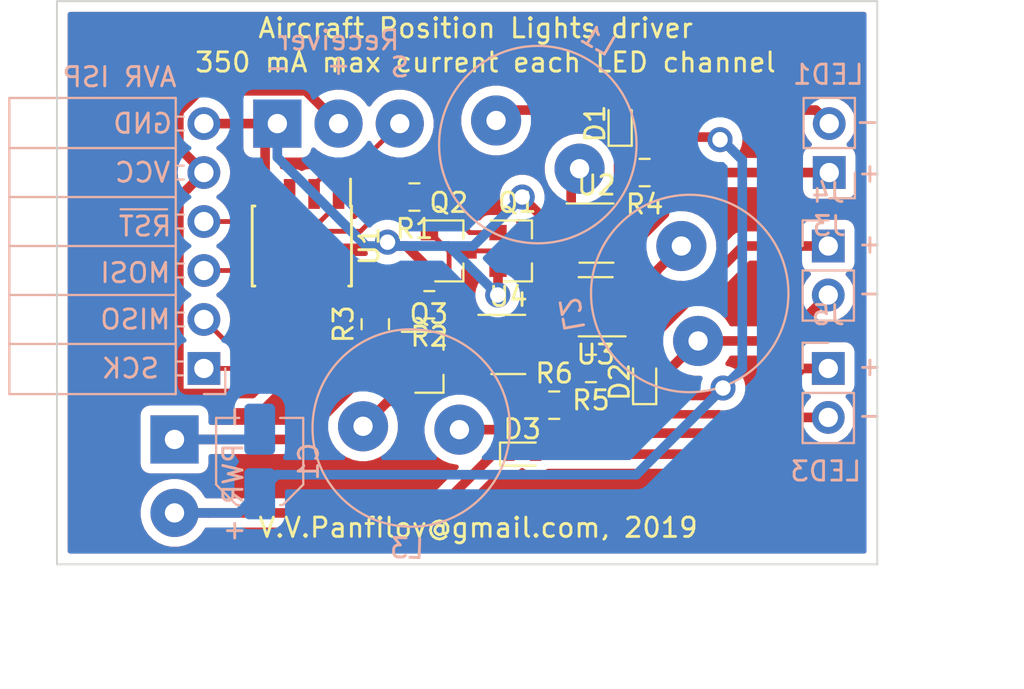
<source format=kicad_pcb>
(kicad_pcb (version 20171130) (host pcbnew "(5.1.0)-1")

  (general
    (thickness 1.6)
    (drawings 27)
    (tracks 179)
    (zones 0)
    (modules 26)
    (nets 25)
  )

  (page A4)
  (layers
    (0 F.Cu signal)
    (31 B.Cu signal)
    (32 B.Adhes user)
    (33 F.Adhes user)
    (34 B.Paste user)
    (35 F.Paste user)
    (36 B.SilkS user)
    (37 F.SilkS user)
    (38 B.Mask user)
    (39 F.Mask user)
    (40 Dwgs.User user)
    (41 Cmts.User user)
    (42 Eco1.User user)
    (43 Eco2.User user)
    (44 Edge.Cuts user)
    (45 Margin user)
    (46 B.CrtYd user)
    (47 F.CrtYd user)
    (48 B.Fab user)
    (49 F.Fab user)
  )

  (setup
    (last_trace_width 0.25)
    (trace_clearance 0.2)
    (zone_clearance 0.508)
    (zone_45_only no)
    (trace_min 0.2)
    (via_size 0.8)
    (via_drill 0.4)
    (via_min_size 0.4)
    (via_min_drill 0.3)
    (user_via 1.3 0.8)
    (uvia_size 0.3)
    (uvia_drill 0.1)
    (uvias_allowed no)
    (uvia_min_size 0.2)
    (uvia_min_drill 0.1)
    (edge_width 0.05)
    (segment_width 0.2)
    (pcb_text_width 0.3)
    (pcb_text_size 1.5 1.5)
    (mod_edge_width 0.12)
    (mod_text_size 1 1)
    (mod_text_width 0.15)
    (pad_size 2.6 2.6)
    (pad_drill 1)
    (pad_to_mask_clearance 0.051)
    (solder_mask_min_width 0.25)
    (aux_axis_origin 59.817 40.005)
    (visible_elements FFFFFF7F)
    (pcbplotparams
      (layerselection 0x010f0_ffffffff)
      (usegerberextensions false)
      (usegerberattributes false)
      (usegerberadvancedattributes false)
      (creategerberjobfile false)
      (excludeedgelayer true)
      (linewidth 0.100000)
      (plotframeref false)
      (viasonmask false)
      (mode 1)
      (useauxorigin false)
      (hpglpennumber 1)
      (hpglpenspeed 20)
      (hpglpendiameter 15.000000)
      (psnegative false)
      (psa4output false)
      (plotreference true)
      (plotvalue true)
      (plotinvisibletext false)
      (padsonsilk false)
      (subtractmaskfromsilk false)
      (outputformat 1)
      (mirror false)
      (drillshape 0)
      (scaleselection 1)
      (outputdirectory "Production/"))
  )

  (net 0 "")
  (net 1 +12V)
  (net 2 GND)
  (net 3 +BATT)
  (net 4 "Net-(L1-Pad1)")
  (net 5 "Net-(L2-Pad1)")
  (net 6 "Net-(L3-Pad1)")
  (net 7 "Net-(Q1-Pad1)")
  (net 8 "Net-(Q2-Pad1)")
  (net 9 "Net-(Q3-Pad1)")
  (net 10 "Net-(U1-Pad3)")
  (net 11 /LED1-)
  (net 12 /LED2-)
  (net 13 /LED3-)
  (net 14 /LED1+)
  (net 15 /LED2+)
  (net 16 /LED3+)
  (net 17 /LED1-ADJ)
  (net 18 /LED2-ADJ)
  (net 19 /LED3-ADJ)
  (net 20 "/PB1(MISO)")
  (net 21 "/PB2(SCK)")
  (net 22 /RST)
  (net 23 "/PB0(MOSI)")
  (net 24 /PPM-Signal)

  (net_class Default "Это класс цепей по умолчанию."
    (clearance 0.2)
    (trace_width 0.25)
    (via_dia 0.8)
    (via_drill 0.4)
    (uvia_dia 0.3)
    (uvia_drill 0.1)
    (add_net /LED1-ADJ)
    (add_net /LED2-ADJ)
    (add_net /LED3-ADJ)
    (add_net "/PB0(MOSI)")
    (add_net "/PB1(MISO)")
    (add_net "/PB2(SCK)")
    (add_net /PPM-Signal)
    (add_net /RST)
    (add_net "Net-(Q1-Pad1)")
    (add_net "Net-(Q2-Pad1)")
    (add_net "Net-(Q3-Pad1)")
    (add_net "Net-(U1-Pad3)")
  )

  (net_class 0,5mm ""
    (clearance 0.2)
    (trace_width 0.5)
    (via_dia 2)
    (via_drill 0.8)
    (uvia_dia 0.3)
    (uvia_drill 0.1)
    (add_net +12V)
    (add_net +BATT)
    (add_net /LED1+)
    (add_net /LED1-)
    (add_net /LED2+)
    (add_net /LED2-)
    (add_net /LED3+)
    (add_net /LED3-)
    (add_net GND)
    (add_net "Net-(L1-Pad1)")
    (add_net "Net-(L2-Pad1)")
    (add_net "Net-(L3-Pad1)")
  )

  (module Connector_PinSocket_2.54mm:PinSocket_1x06_P2.54mm_Horizontal (layer B.Cu) (tedit 5CB4C4BA) (tstamp 5CB456B5)
    (at 64.77 57.15)
    (descr "Through hole angled socket strip, 1x06, 2.54mm pitch, 8.51mm socket length, single row (from Kicad 4.0.7), script generated")
    (tags "Through hole angled socket strip THT 1x06 2.54mm single row")
    (path /5CB93EBB)
    (fp_text reference "AVR ISP" (at -4.38 -15.113) (layer B.SilkS)
      (effects (font (size 1 1) (thickness 0.15)) (justify mirror))
    )
    (fp_text value PROGRAM (at -4.38 -15.47) (layer B.Fab)
      (effects (font (size 1 1) (thickness 0.15)) (justify mirror))
    )
    (fp_line (start -10.03 1.27) (end -2.49 1.27) (layer B.Fab) (width 0.1))
    (fp_line (start -2.49 1.27) (end -1.52 0.3) (layer B.Fab) (width 0.1))
    (fp_line (start -1.52 0.3) (end -1.52 -13.97) (layer B.Fab) (width 0.1))
    (fp_line (start -1.52 -13.97) (end -10.03 -13.97) (layer B.Fab) (width 0.1))
    (fp_line (start -10.03 -13.97) (end -10.03 1.27) (layer B.Fab) (width 0.1))
    (fp_line (start 0 0.3) (end -1.52 0.3) (layer B.Fab) (width 0.1))
    (fp_line (start -1.52 -0.3) (end 0 -0.3) (layer B.Fab) (width 0.1))
    (fp_line (start 0 -0.3) (end 0 0.3) (layer B.Fab) (width 0.1))
    (fp_line (start 0 -2.24) (end -1.52 -2.24) (layer B.Fab) (width 0.1))
    (fp_line (start -1.52 -2.84) (end 0 -2.84) (layer B.Fab) (width 0.1))
    (fp_line (start 0 -2.84) (end 0 -2.24) (layer B.Fab) (width 0.1))
    (fp_line (start 0 -4.78) (end -1.52 -4.78) (layer B.Fab) (width 0.1))
    (fp_line (start -1.52 -5.38) (end 0 -5.38) (layer B.Fab) (width 0.1))
    (fp_line (start 0 -5.38) (end 0 -4.78) (layer B.Fab) (width 0.1))
    (fp_line (start 0 -7.32) (end -1.52 -7.32) (layer B.Fab) (width 0.1))
    (fp_line (start -1.52 -7.92) (end 0 -7.92) (layer B.Fab) (width 0.1))
    (fp_line (start 0 -7.92) (end 0 -7.32) (layer B.Fab) (width 0.1))
    (fp_line (start 0 -9.86) (end -1.52 -9.86) (layer B.Fab) (width 0.1))
    (fp_line (start -1.52 -10.46) (end 0 -10.46) (layer B.Fab) (width 0.1))
    (fp_line (start 0 -10.46) (end 0 -9.86) (layer B.Fab) (width 0.1))
    (fp_line (start 0 -12.4) (end -1.52 -12.4) (layer B.Fab) (width 0.1))
    (fp_line (start -1.52 -13) (end 0 -13) (layer B.Fab) (width 0.1))
    (fp_line (start 0 -13) (end 0 -12.4) (layer B.Fab) (width 0.1))
    (fp_line (start -1.46 0.36) (end -1.11 0.36) (layer B.SilkS) (width 0.12))
    (fp_line (start -1.46 -0.36) (end -1.11 -0.36) (layer B.SilkS) (width 0.12))
    (fp_line (start -1.46 -2.18) (end -1.05 -2.18) (layer B.SilkS) (width 0.12))
    (fp_line (start -1.46 -2.9) (end -1.05 -2.9) (layer B.SilkS) (width 0.12))
    (fp_line (start -1.46 -4.72) (end -1.05 -4.72) (layer B.SilkS) (width 0.12))
    (fp_line (start -1.46 -5.44) (end -1.05 -5.44) (layer B.SilkS) (width 0.12))
    (fp_line (start -1.46 -7.26) (end -1.05 -7.26) (layer B.SilkS) (width 0.12))
    (fp_line (start -1.46 -7.98) (end -1.05 -7.98) (layer B.SilkS) (width 0.12))
    (fp_line (start -1.46 -9.8) (end -1.05 -9.8) (layer B.SilkS) (width 0.12))
    (fp_line (start -1.46 -10.52) (end -1.05 -10.52) (layer B.SilkS) (width 0.12))
    (fp_line (start -1.46 -12.34) (end -1.05 -12.34) (layer B.SilkS) (width 0.12))
    (fp_line (start -1.46 -13.06) (end -1.05 -13.06) (layer B.SilkS) (width 0.12))
    (fp_line (start -10.09 -1.27) (end -1.46 -1.27) (layer B.SilkS) (width 0.12))
    (fp_line (start -10.09 -3.81) (end -1.46 -3.81) (layer B.SilkS) (width 0.12))
    (fp_line (start -10.09 -6.35) (end -1.46 -6.35) (layer B.SilkS) (width 0.12))
    (fp_line (start -10.09 -8.89) (end -1.46 -8.89) (layer B.SilkS) (width 0.12))
    (fp_line (start -10.09 -11.43) (end -1.46 -11.43) (layer B.SilkS) (width 0.12))
    (fp_line (start -10.09 1.33) (end -1.46 1.33) (layer B.SilkS) (width 0.12))
    (fp_line (start -1.46 1.33) (end -1.46 -14.03) (layer B.SilkS) (width 0.12))
    (fp_line (start -10.09 -14.03) (end -1.46 -14.03) (layer B.SilkS) (width 0.12))
    (fp_line (start -10.09 1.33) (end -10.09 -14.03) (layer B.SilkS) (width 0.12))
    (fp_line (start 1.11 1.33) (end 1.11 0) (layer B.SilkS) (width 0.12))
    (fp_line (start 0 1.33) (end 1.11 1.33) (layer B.SilkS) (width 0.12))
    (fp_line (start 1.75 1.8) (end -10.55 1.8) (layer B.CrtYd) (width 0.05))
    (fp_line (start -10.55 1.8) (end -10.55 -14.45) (layer B.CrtYd) (width 0.05))
    (fp_line (start -10.55 -14.45) (end 1.75 -14.45) (layer B.CrtYd) (width 0.05))
    (fp_line (start 1.75 -14.45) (end 1.75 1.8) (layer B.CrtYd) (width 0.05))
    (fp_text user %R (at -5.775 -6.35 -90) (layer B.Fab)
      (effects (font (size 1 1) (thickness 0.15)) (justify mirror))
    )
    (pad 1 thru_hole rect (at 0 0) (size 1.7 1.7) (drill 1) (layers *.Cu *.Mask)
      (net 21 "/PB2(SCK)"))
    (pad 2 thru_hole oval (at 0 -2.54) (size 1.7 1.7) (drill 1) (layers *.Cu *.Mask)
      (net 20 "/PB1(MISO)"))
    (pad 3 thru_hole oval (at 0 -5.08) (size 1.7 1.7) (drill 1) (layers *.Cu *.Mask)
      (net 23 "/PB0(MOSI)"))
    (pad 4 thru_hole oval (at 0 -7.62) (size 1.7 1.7) (drill 1) (layers *.Cu *.Mask)
      (net 22 /RST))
    (pad 5 thru_hole oval (at 0 -10.16) (size 1.7 1.7) (drill 1) (layers *.Cu *.Mask)
      (net 3 +BATT))
    (pad 6 thru_hole oval (at 0 -12.7) (size 1.7 1.7) (drill 1) (layers *.Cu *.Mask)
      (net 2 GND))
    (model ${KISYS3DMOD}/Connector_PinSocket_2.54mm.3dshapes/PinSocket_1x06_P2.54mm_Horizontal.wrl
      (at (xyz 0 0 0))
      (scale (xyz 1 1 1))
      (rotate (xyz 0 0 0))
    )
  )

  (module Capacitor_SMD:C_Elec_4x5.4 (layer B.Cu) (tedit 5BC8D926) (tstamp 5CB455C2)
    (at 67.664 61.976 90)
    (descr "SMD capacitor, aluminum electrolytic nonpolar, 4.0x5.4mm")
    (tags "capacitor electrolyic nonpolar")
    (path /5CB7CC6C)
    (attr smd)
    (fp_text reference C1 (at 0 2.545001 90) (layer B.SilkS)
      (effects (font (size 1 1) (thickness 0.15)) (justify mirror))
    )
    (fp_text value 4.7uF (at 0 -3.2 90) (layer B.Fab)
      (effects (font (size 1 1) (thickness 0.15)) (justify mirror))
    )
    (fp_circle (center 0 0) (end 2 0) (layer B.Fab) (width 0.1))
    (fp_line (start 2.15 2.15) (end 2.15 -2.15) (layer B.Fab) (width 0.1))
    (fp_line (start -1.15 2.15) (end 2.15 2.15) (layer B.Fab) (width 0.1))
    (fp_line (start -1.15 -2.15) (end 2.15 -2.15) (layer B.Fab) (width 0.1))
    (fp_line (start -2.15 1.15) (end -2.15 -1.15) (layer B.Fab) (width 0.1))
    (fp_line (start -2.15 1.15) (end -1.15 2.15) (layer B.Fab) (width 0.1))
    (fp_line (start -2.15 -1.15) (end -1.15 -2.15) (layer B.Fab) (width 0.1))
    (fp_line (start 2.26 -2.26) (end 2.26 -1.06) (layer B.SilkS) (width 0.12))
    (fp_line (start 2.26 2.26) (end 2.26 1.06) (layer B.SilkS) (width 0.12))
    (fp_line (start -1.195563 2.26) (end 2.26 2.26) (layer B.SilkS) (width 0.12))
    (fp_line (start -1.195563 -2.26) (end 2.26 -2.26) (layer B.SilkS) (width 0.12))
    (fp_line (start -2.26 -1.195563) (end -2.26 -1.06) (layer B.SilkS) (width 0.12))
    (fp_line (start -2.26 1.195563) (end -2.26 1.06) (layer B.SilkS) (width 0.12))
    (fp_line (start -2.26 1.195563) (end -1.195563 2.26) (layer B.SilkS) (width 0.12))
    (fp_line (start -2.26 -1.195563) (end -1.195563 -2.26) (layer B.SilkS) (width 0.12))
    (fp_line (start 2.4 2.4) (end 2.4 1.05) (layer B.CrtYd) (width 0.05))
    (fp_line (start 2.4 1.05) (end 3.25 1.05) (layer B.CrtYd) (width 0.05))
    (fp_line (start 3.25 1.05) (end 3.25 -1.05) (layer B.CrtYd) (width 0.05))
    (fp_line (start 3.25 -1.05) (end 2.4 -1.05) (layer B.CrtYd) (width 0.05))
    (fp_line (start 2.4 -1.05) (end 2.4 -2.4) (layer B.CrtYd) (width 0.05))
    (fp_line (start -1.25 -2.4) (end 2.4 -2.4) (layer B.CrtYd) (width 0.05))
    (fp_line (start -1.25 2.4) (end 2.4 2.4) (layer B.CrtYd) (width 0.05))
    (fp_line (start -2.4 -1.25) (end -1.25 -2.4) (layer B.CrtYd) (width 0.05))
    (fp_line (start -2.4 1.25) (end -1.25 2.4) (layer B.CrtYd) (width 0.05))
    (fp_line (start -2.4 1.25) (end -2.4 1.05) (layer B.CrtYd) (width 0.05))
    (fp_line (start -2.4 -1.05) (end -2.4 -1.25) (layer B.CrtYd) (width 0.05))
    (fp_line (start -2.4 1.05) (end -3.25 1.05) (layer B.CrtYd) (width 0.05))
    (fp_line (start -3.25 1.05) (end -3.25 -1.05) (layer B.CrtYd) (width 0.05))
    (fp_line (start -3.25 -1.05) (end -2.4 -1.05) (layer B.CrtYd) (width 0.05))
    (fp_text user %R (at 0 0 90) (layer B.Fab)
      (effects (font (size 0.8 0.8) (thickness 0.12)) (justify mirror))
    )
    (pad 1 smd roundrect (at -1.675 0 90) (size 2.65 1.6) (layers B.Cu B.Paste B.Mask) (roundrect_rratio 0.15625)
      (net 1 +12V))
    (pad 2 smd roundrect (at 1.675 0 90) (size 2.65 1.6) (layers B.Cu B.Paste B.Mask) (roundrect_rratio 0.15625)
      (net 2 GND))
    (model ${KISYS3DMOD}/Capacitor_SMD.3dshapes/C_Elec_4x5.4.wrl
      (at (xyz 0 0 0))
      (scale (xyz 1 1 1))
      (rotate (xyz 0 0 0))
    )
  )

  (module Diode_SMD:D_SOD-523 (layer F.Cu) (tedit 586419F0) (tstamp 5CB455DA)
    (at 86.36 44.45 90)
    (descr "http://www.diodes.com/datasheets/ap02001.pdf p.144")
    (tags "Diode SOD523")
    (path /5CB36624)
    (attr smd)
    (fp_text reference D1 (at 0 -1.3 90) (layer F.SilkS)
      (effects (font (size 1 1) (thickness 0.15)))
    )
    (fp_text value SS12 (at 0 1.4 90) (layer F.Fab)
      (effects (font (size 1 1) (thickness 0.15)))
    )
    (fp_text user %R (at 0 -1.3 90) (layer F.Fab)
      (effects (font (size 1 1) (thickness 0.15)))
    )
    (fp_line (start -1.15 -0.6) (end -1.15 0.6) (layer F.SilkS) (width 0.12))
    (fp_line (start 1.25 -0.7) (end 1.25 0.7) (layer F.CrtYd) (width 0.05))
    (fp_line (start -1.25 -0.7) (end 1.25 -0.7) (layer F.CrtYd) (width 0.05))
    (fp_line (start -1.25 0.7) (end -1.25 -0.7) (layer F.CrtYd) (width 0.05))
    (fp_line (start 1.25 0.7) (end -1.25 0.7) (layer F.CrtYd) (width 0.05))
    (fp_line (start 0.1 0) (end 0.25 0) (layer F.Fab) (width 0.1))
    (fp_line (start 0.1 -0.2) (end -0.2 0) (layer F.Fab) (width 0.1))
    (fp_line (start 0.1 0.2) (end 0.1 -0.2) (layer F.Fab) (width 0.1))
    (fp_line (start -0.2 0) (end 0.1 0.2) (layer F.Fab) (width 0.1))
    (fp_line (start -0.2 0) (end -0.35 0) (layer F.Fab) (width 0.1))
    (fp_line (start -0.2 0.2) (end -0.2 -0.2) (layer F.Fab) (width 0.1))
    (fp_line (start 0.65 -0.45) (end 0.65 0.45) (layer F.Fab) (width 0.1))
    (fp_line (start -0.65 -0.45) (end 0.65 -0.45) (layer F.Fab) (width 0.1))
    (fp_line (start -0.65 0.45) (end -0.65 -0.45) (layer F.Fab) (width 0.1))
    (fp_line (start 0.65 0.45) (end -0.65 0.45) (layer F.Fab) (width 0.1))
    (fp_line (start 0.7 -0.6) (end -1.15 -0.6) (layer F.SilkS) (width 0.12))
    (fp_line (start 0.7 0.6) (end -1.15 0.6) (layer F.SilkS) (width 0.12))
    (pad 2 smd rect (at 0.7 0 270) (size 0.6 0.7) (layers F.Cu F.Paste F.Mask)
      (net 11 /LED1-))
    (pad 1 smd rect (at -0.7 0 270) (size 0.6 0.7) (layers F.Cu F.Paste F.Mask)
      (net 1 +12V))
    (model ${KISYS3DMOD}/Diode_SMD.3dshapes/D_SOD-523.wrl
      (at (xyz 0 0 0))
      (scale (xyz 1 1 1))
      (rotate (xyz 0 0 0))
    )
  )

  (module Diode_SMD:D_SOD-523 (layer F.Cu) (tedit 586419F0) (tstamp 5CB455F2)
    (at 87.63 57.85 90)
    (descr "http://www.diodes.com/datasheets/ap02001.pdf p.144")
    (tags "Diode SOD523")
    (path /5CB42CA1)
    (attr smd)
    (fp_text reference D2 (at 0 -1.3 90) (layer F.SilkS)
      (effects (font (size 1 1) (thickness 0.15)))
    )
    (fp_text value SS12 (at 0 1.4 90) (layer F.Fab)
      (effects (font (size 1 1) (thickness 0.15)))
    )
    (fp_text user %R (at 0 -1.3 90) (layer F.Fab)
      (effects (font (size 1 1) (thickness 0.15)))
    )
    (fp_line (start -1.15 -0.6) (end -1.15 0.6) (layer F.SilkS) (width 0.12))
    (fp_line (start 1.25 -0.7) (end 1.25 0.7) (layer F.CrtYd) (width 0.05))
    (fp_line (start -1.25 -0.7) (end 1.25 -0.7) (layer F.CrtYd) (width 0.05))
    (fp_line (start -1.25 0.7) (end -1.25 -0.7) (layer F.CrtYd) (width 0.05))
    (fp_line (start 1.25 0.7) (end -1.25 0.7) (layer F.CrtYd) (width 0.05))
    (fp_line (start 0.1 0) (end 0.25 0) (layer F.Fab) (width 0.1))
    (fp_line (start 0.1 -0.2) (end -0.2 0) (layer F.Fab) (width 0.1))
    (fp_line (start 0.1 0.2) (end 0.1 -0.2) (layer F.Fab) (width 0.1))
    (fp_line (start -0.2 0) (end 0.1 0.2) (layer F.Fab) (width 0.1))
    (fp_line (start -0.2 0) (end -0.35 0) (layer F.Fab) (width 0.1))
    (fp_line (start -0.2 0.2) (end -0.2 -0.2) (layer F.Fab) (width 0.1))
    (fp_line (start 0.65 -0.45) (end 0.65 0.45) (layer F.Fab) (width 0.1))
    (fp_line (start -0.65 -0.45) (end 0.65 -0.45) (layer F.Fab) (width 0.1))
    (fp_line (start -0.65 0.45) (end -0.65 -0.45) (layer F.Fab) (width 0.1))
    (fp_line (start 0.65 0.45) (end -0.65 0.45) (layer F.Fab) (width 0.1))
    (fp_line (start 0.7 -0.6) (end -1.15 -0.6) (layer F.SilkS) (width 0.12))
    (fp_line (start 0.7 0.6) (end -1.15 0.6) (layer F.SilkS) (width 0.12))
    (pad 2 smd rect (at 0.7 0 270) (size 0.6 0.7) (layers F.Cu F.Paste F.Mask)
      (net 12 /LED2-))
    (pad 1 smd rect (at -0.7 0 270) (size 0.6 0.7) (layers F.Cu F.Paste F.Mask)
      (net 1 +12V))
    (model ${KISYS3DMOD}/Diode_SMD.3dshapes/D_SOD-523.wrl
      (at (xyz 0 0 0))
      (scale (xyz 1 1 1))
      (rotate (xyz 0 0 0))
    )
  )

  (module Diode_SMD:D_SOD-523 (layer F.Cu) (tedit 586419F0) (tstamp 5CB4560A)
    (at 81.28 61.595)
    (descr "http://www.diodes.com/datasheets/ap02001.pdf p.144")
    (tags "Diode SOD523")
    (path /5CB49CED)
    (attr smd)
    (fp_text reference D3 (at 0 -1.3) (layer F.SilkS)
      (effects (font (size 1 1) (thickness 0.15)))
    )
    (fp_text value SS12 (at 0 1.4) (layer F.Fab)
      (effects (font (size 1 1) (thickness 0.15)))
    )
    (fp_line (start 0.7 0.6) (end -1.15 0.6) (layer F.SilkS) (width 0.12))
    (fp_line (start 0.7 -0.6) (end -1.15 -0.6) (layer F.SilkS) (width 0.12))
    (fp_line (start 0.65 0.45) (end -0.65 0.45) (layer F.Fab) (width 0.1))
    (fp_line (start -0.65 0.45) (end -0.65 -0.45) (layer F.Fab) (width 0.1))
    (fp_line (start -0.65 -0.45) (end 0.65 -0.45) (layer F.Fab) (width 0.1))
    (fp_line (start 0.65 -0.45) (end 0.65 0.45) (layer F.Fab) (width 0.1))
    (fp_line (start -0.2 0.2) (end -0.2 -0.2) (layer F.Fab) (width 0.1))
    (fp_line (start -0.2 0) (end -0.35 0) (layer F.Fab) (width 0.1))
    (fp_line (start -0.2 0) (end 0.1 0.2) (layer F.Fab) (width 0.1))
    (fp_line (start 0.1 0.2) (end 0.1 -0.2) (layer F.Fab) (width 0.1))
    (fp_line (start 0.1 -0.2) (end -0.2 0) (layer F.Fab) (width 0.1))
    (fp_line (start 0.1 0) (end 0.25 0) (layer F.Fab) (width 0.1))
    (fp_line (start 1.25 0.7) (end -1.25 0.7) (layer F.CrtYd) (width 0.05))
    (fp_line (start -1.25 0.7) (end -1.25 -0.7) (layer F.CrtYd) (width 0.05))
    (fp_line (start -1.25 -0.7) (end 1.25 -0.7) (layer F.CrtYd) (width 0.05))
    (fp_line (start 1.25 -0.7) (end 1.25 0.7) (layer F.CrtYd) (width 0.05))
    (fp_line (start -1.15 -0.6) (end -1.15 0.6) (layer F.SilkS) (width 0.12))
    (fp_text user %R (at 0 -1.3) (layer F.Fab)
      (effects (font (size 1 1) (thickness 0.15)))
    )
    (pad 1 smd rect (at -0.7 0 180) (size 0.6 0.7) (layers F.Cu F.Paste F.Mask)
      (net 1 +12V))
    (pad 2 smd rect (at 0.7 0 180) (size 0.6 0.7) (layers F.Cu F.Paste F.Mask)
      (net 13 /LED3-))
    (model ${KISYS3DMOD}/Diode_SMD.3dshapes/D_SOD-523.wrl
      (at (xyz 0 0 0))
      (scale (xyz 1 1 1))
      (rotate (xyz 0 0 0))
    )
  )

  (module Connector_Wire:SolderWirePad_1x02_P3.81mm_Drill1mm (layer B.Cu) (tedit 5AEE5F04) (tstamp 5CB45615)
    (at 63.246 60.833 270)
    (descr "Wire solder connection")
    (tags connector)
    (path /5CB5A1D0)
    (attr virtual)
    (fp_text reference "- PWR +" (at 1.778 -3.048 270) (layer B.SilkS)
      (effects (font (size 1 1) (thickness 0.15)) (justify mirror))
    )
    (fp_text value "3S LiPO" (at 1.905 -3.81 270) (layer B.Fab)
      (effects (font (size 1 1) (thickness 0.15)) (justify mirror))
    )
    (fp_text user %R (at 1.905 0 270) (layer B.Fab)
      (effects (font (size 1 1) (thickness 0.15)) (justify mirror))
    )
    (fp_line (start -1.74 1.75) (end 5.56 1.75) (layer B.CrtYd) (width 0.05))
    (fp_line (start -1.74 1.75) (end -1.74 -1.75) (layer B.CrtYd) (width 0.05))
    (fp_line (start 5.56 -1.75) (end 5.56 1.75) (layer B.CrtYd) (width 0.05))
    (fp_line (start 5.56 -1.75) (end -1.74 -1.75) (layer B.CrtYd) (width 0.05))
    (pad 1 thru_hole rect (at 0 0 270) (size 2.49936 2.49936) (drill 1.00076) (layers *.Cu *.Mask)
      (net 2 GND))
    (pad 2 thru_hole circle (at 3.81 0 270) (size 2.49936 2.49936) (drill 1.00076) (layers *.Cu *.Mask)
      (net 1 +12V))
  )

  (module Connector_PinSocket_2.54mm:PinSocket_1x02_P2.54mm_Vertical (layer B.Cu) (tedit 5A19A420) (tstamp 5CB4D863)
    (at 97.205 46.99)
    (descr "Through hole straight socket strip, 1x02, 2.54mm pitch, single row (from Kicad 4.0.7), script generated")
    (tags "Through hole socket strip THT 1x02 2.54mm single row")
    (path /5CB51C32)
    (fp_text reference J3 (at 0 2.77) (layer B.SilkS)
      (effects (font (size 1 1) (thickness 0.15)) (justify mirror))
    )
    (fp_text value LED1 (at 0 -5.31) (layer B.Fab)
      (effects (font (size 1 1) (thickness 0.15)) (justify mirror))
    )
    (fp_line (start -1.27 1.27) (end 0.635 1.27) (layer B.Fab) (width 0.1))
    (fp_line (start 0.635 1.27) (end 1.27 0.635) (layer B.Fab) (width 0.1))
    (fp_line (start 1.27 0.635) (end 1.27 -3.81) (layer B.Fab) (width 0.1))
    (fp_line (start 1.27 -3.81) (end -1.27 -3.81) (layer B.Fab) (width 0.1))
    (fp_line (start -1.27 -3.81) (end -1.27 1.27) (layer B.Fab) (width 0.1))
    (fp_line (start -1.33 -1.27) (end 1.33 -1.27) (layer B.SilkS) (width 0.12))
    (fp_line (start -1.33 -1.27) (end -1.33 -3.87) (layer B.SilkS) (width 0.12))
    (fp_line (start -1.33 -3.87) (end 1.33 -3.87) (layer B.SilkS) (width 0.12))
    (fp_line (start 1.33 -1.27) (end 1.33 -3.87) (layer B.SilkS) (width 0.12))
    (fp_line (start 1.33 1.33) (end 1.33 0) (layer B.SilkS) (width 0.12))
    (fp_line (start 0 1.33) (end 1.33 1.33) (layer B.SilkS) (width 0.12))
    (fp_line (start -1.8 1.8) (end 1.75 1.8) (layer B.CrtYd) (width 0.05))
    (fp_line (start 1.75 1.8) (end 1.75 -4.3) (layer B.CrtYd) (width 0.05))
    (fp_line (start 1.75 -4.3) (end -1.8 -4.3) (layer B.CrtYd) (width 0.05))
    (fp_line (start -1.8 -4.3) (end -1.8 1.8) (layer B.CrtYd) (width 0.05))
    (fp_text user %R (at 0 -1.27 -90) (layer B.Fab)
      (effects (font (size 1 1) (thickness 0.15)) (justify mirror))
    )
    (pad 1 thru_hole rect (at 0 0) (size 1.7 1.7) (drill 1) (layers *.Cu *.Mask)
      (net 14 /LED1+))
    (pad 2 thru_hole oval (at 0 -2.54) (size 1.7 1.7) (drill 1) (layers *.Cu *.Mask)
      (net 11 /LED1-))
    (model ${KISYS3DMOD}/Connector_PinSocket_2.54mm.3dshapes/PinSocket_1x02_P2.54mm_Vertical.wrl
      (at (xyz 0 0 0))
      (scale (xyz 1 1 1))
      (rotate (xyz 0 0 0))
    )
  )

  (module Connector_PinSocket_2.54mm:PinSocket_1x02_P2.54mm_Vertical (layer B.Cu) (tedit 5A19A420) (tstamp 5CB4564D)
    (at 97.155 50.8 180)
    (descr "Through hole straight socket strip, 1x02, 2.54mm pitch, single row (from Kicad 4.0.7), script generated")
    (tags "Through hole socket strip THT 1x02 2.54mm single row")
    (path /5CB521A5)
    (fp_text reference J4 (at 0 2.77 180) (layer B.SilkS)
      (effects (font (size 1 1) (thickness 0.15)) (justify mirror))
    )
    (fp_text value LED2 (at 0 -5.31 180) (layer B.Fab)
      (effects (font (size 1 1) (thickness 0.15)) (justify mirror))
    )
    (fp_text user %R (at 0 -1.27 90) (layer B.Fab)
      (effects (font (size 1 1) (thickness 0.15)) (justify mirror))
    )
    (fp_line (start -1.8 -4.3) (end -1.8 1.8) (layer B.CrtYd) (width 0.05))
    (fp_line (start 1.75 -4.3) (end -1.8 -4.3) (layer B.CrtYd) (width 0.05))
    (fp_line (start 1.75 1.8) (end 1.75 -4.3) (layer B.CrtYd) (width 0.05))
    (fp_line (start -1.8 1.8) (end 1.75 1.8) (layer B.CrtYd) (width 0.05))
    (fp_line (start 0 1.33) (end 1.33 1.33) (layer B.SilkS) (width 0.12))
    (fp_line (start 1.33 1.33) (end 1.33 0) (layer B.SilkS) (width 0.12))
    (fp_line (start 1.33 -1.27) (end 1.33 -3.87) (layer B.SilkS) (width 0.12))
    (fp_line (start -1.33 -3.87) (end 1.33 -3.87) (layer B.SilkS) (width 0.12))
    (fp_line (start -1.33 -1.27) (end -1.33 -3.87) (layer B.SilkS) (width 0.12))
    (fp_line (start -1.33 -1.27) (end 1.33 -1.27) (layer B.SilkS) (width 0.12))
    (fp_line (start -1.27 -3.81) (end -1.27 1.27) (layer B.Fab) (width 0.1))
    (fp_line (start 1.27 -3.81) (end -1.27 -3.81) (layer B.Fab) (width 0.1))
    (fp_line (start 1.27 0.635) (end 1.27 -3.81) (layer B.Fab) (width 0.1))
    (fp_line (start 0.635 1.27) (end 1.27 0.635) (layer B.Fab) (width 0.1))
    (fp_line (start -1.27 1.27) (end 0.635 1.27) (layer B.Fab) (width 0.1))
    (pad 2 thru_hole oval (at 0 -2.54 180) (size 1.7 1.7) (drill 1) (layers *.Cu *.Mask)
      (net 12 /LED2-))
    (pad 1 thru_hole rect (at 0 0 180) (size 1.7 1.7) (drill 1) (layers *.Cu *.Mask)
      (net 15 /LED2+))
    (model ${KISYS3DMOD}/Connector_PinSocket_2.54mm.3dshapes/PinSocket_1x02_P2.54mm_Vertical.wrl
      (at (xyz 0 0 0))
      (scale (xyz 1 1 1))
      (rotate (xyz 0 0 0))
    )
  )

  (module Connector_PinSocket_2.54mm:PinSocket_1x02_P2.54mm_Vertical (layer B.Cu) (tedit 5A19A420) (tstamp 5CB45663)
    (at 97.155 57.15 180)
    (descr "Through hole straight socket strip, 1x02, 2.54mm pitch, single row (from Kicad 4.0.7), script generated")
    (tags "Through hole socket strip THT 1x02 2.54mm single row")
    (path /5CB52990)
    (fp_text reference J5 (at 0 2.77 180) (layer B.SilkS)
      (effects (font (size 1 1) (thickness 0.15)) (justify mirror))
    )
    (fp_text value LED3 (at 0 -5.31 180) (layer B.Fab)
      (effects (font (size 1 1) (thickness 0.15)) (justify mirror))
    )
    (fp_line (start -1.27 1.27) (end 0.635 1.27) (layer B.Fab) (width 0.1))
    (fp_line (start 0.635 1.27) (end 1.27 0.635) (layer B.Fab) (width 0.1))
    (fp_line (start 1.27 0.635) (end 1.27 -3.81) (layer B.Fab) (width 0.1))
    (fp_line (start 1.27 -3.81) (end -1.27 -3.81) (layer B.Fab) (width 0.1))
    (fp_line (start -1.27 -3.81) (end -1.27 1.27) (layer B.Fab) (width 0.1))
    (fp_line (start -1.33 -1.27) (end 1.33 -1.27) (layer B.SilkS) (width 0.12))
    (fp_line (start -1.33 -1.27) (end -1.33 -3.87) (layer B.SilkS) (width 0.12))
    (fp_line (start -1.33 -3.87) (end 1.33 -3.87) (layer B.SilkS) (width 0.12))
    (fp_line (start 1.33 -1.27) (end 1.33 -3.87) (layer B.SilkS) (width 0.12))
    (fp_line (start 1.33 1.33) (end 1.33 0) (layer B.SilkS) (width 0.12))
    (fp_line (start 0 1.33) (end 1.33 1.33) (layer B.SilkS) (width 0.12))
    (fp_line (start -1.8 1.8) (end 1.75 1.8) (layer B.CrtYd) (width 0.05))
    (fp_line (start 1.75 1.8) (end 1.75 -4.3) (layer B.CrtYd) (width 0.05))
    (fp_line (start 1.75 -4.3) (end -1.8 -4.3) (layer B.CrtYd) (width 0.05))
    (fp_line (start -1.8 -4.3) (end -1.8 1.8) (layer B.CrtYd) (width 0.05))
    (fp_text user %R (at 0 -1.27 90) (layer B.Fab)
      (effects (font (size 1 1) (thickness 0.15)) (justify mirror))
    )
    (pad 1 thru_hole rect (at 0 0 180) (size 1.7 1.7) (drill 1) (layers *.Cu *.Mask)
      (net 16 /LED3+))
    (pad 2 thru_hole oval (at 0 -2.54 180) (size 1.7 1.7) (drill 1) (layers *.Cu *.Mask)
      (net 13 /LED3-))
    (model ${KISYS3DMOD}/Connector_PinSocket_2.54mm.3dshapes/PinSocket_1x02_P2.54mm_Vertical.wrl
      (at (xyz 0 0 0))
      (scale (xyz 1 1 1))
      (rotate (xyz 0 0 0))
    )
  )

  (module Inductor_THT:L_Radial_D10.0mm_P5.00mm_Fastron_07M (layer B.Cu) (tedit 5CB4CD5F) (tstamp 5CB456BF)
    (at 84.255 46.79 150)
    (descr "Inductor, Radial series, Radial, pin pitch=5.00mm, , diameter=10mm, Fastron, 07M, http://www.fastrongroup.com/image-show/37/07M.pdf?type=Complete-DataSheet&productType=series")
    (tags "Inductor Radial series Radial pin pitch 5.00mm  diameter 10mm Fastron 07M")
    (path /5CB357AB)
    (fp_text reference L1 (at 2.5 6.25 150) (layer B.SilkS)
      (effects (font (size 1 1) (thickness 0.15)) (justify mirror))
    )
    (fp_text value 47uh (at 2.5 -6.25 150) (layer B.Fab)
      (effects (font (size 1 1) (thickness 0.15)) (justify mirror))
    )
    (fp_text user %R (at 2.5 0 150) (layer B.Fab)
      (effects (font (size 1 1) (thickness 0.15)) (justify mirror))
    )
    (fp_circle (center 2.5 0) (end 7.75 0) (layer B.CrtYd) (width 0.05))
    (fp_circle (center 2.5 0) (end 7.62 0) (layer B.SilkS) (width 0.12))
    (fp_circle (center 2.5 0) (end 7.5 0) (layer B.Fab) (width 0.1))
    (pad 2 thru_hole circle (at 5 0 150) (size 2.6 2.6) (drill 1) (layers *.Cu *.Mask)
      (net 11 /LED1-))
    (pad 1 thru_hole circle (at 0 0 150) (size 2.6 2.6) (drill 1) (layers *.Cu *.Mask)
      (net 4 "Net-(L1-Pad1)"))
    (model ${KISYS3DMOD}/Inductor_THT.3dshapes/L_Radial_D10.0mm_P5.00mm_Fastron_07M.wrl
      (at (xyz 0 0 0))
      (scale (xyz 1 1 1))
      (rotate (xyz 0 0 0))
    )
  )

  (module Inductor_THT:L_Radial_D10.0mm_P5.00mm_Fastron_07M (layer B.Cu) (tedit 5CB4CD43) (tstamp 5CB456C9)
    (at 89.535 50.8 280)
    (descr "Inductor, Radial series, Radial, pin pitch=5.00mm, , diameter=10mm, Fastron, 07M, http://www.fastrongroup.com/image-show/37/07M.pdf?type=Complete-DataSheet&productType=series")
    (tags "Inductor Radial series Radial pin pitch 5.00mm  diameter 10mm Fastron 07M")
    (path /5CB42C8D)
    (fp_text reference L2 (at 2.5 6.25 280) (layer B.SilkS)
      (effects (font (size 1 1) (thickness 0.15)) (justify mirror))
    )
    (fp_text value 47uh (at 2.5 -6.25 280) (layer B.Fab)
      (effects (font (size 1 1) (thickness 0.15)) (justify mirror))
    )
    (fp_circle (center 2.5 0) (end 7.5 0) (layer B.Fab) (width 0.1))
    (fp_circle (center 2.5 0) (end 7.62 0) (layer B.SilkS) (width 0.12))
    (fp_circle (center 2.5 0) (end 7.75 0) (layer B.CrtYd) (width 0.05))
    (fp_text user %R (at 2.5 0 280) (layer B.Fab)
      (effects (font (size 1 1) (thickness 0.15)) (justify mirror))
    )
    (pad 1 thru_hole circle (at 0 0 280) (size 2.6 2.6) (drill 1) (layers *.Cu *.Mask)
      (net 5 "Net-(L2-Pad1)"))
    (pad 2 thru_hole circle (at 5 0 280) (size 2.6 2.6) (drill 1) (layers *.Cu *.Mask)
      (net 12 /LED2-))
    (model ${KISYS3DMOD}/Inductor_THT.3dshapes/L_Radial_D10.0mm_P5.00mm_Fastron_07M.wrl
      (at (xyz 0 0 0))
      (scale (xyz 1 1 1))
      (rotate (xyz 0 0 0))
    )
  )

  (module Inductor_THT:L_Radial_D10.0mm_P5.00mm_Fastron_07M (layer B.Cu) (tedit 5CB4CD7A) (tstamp 5CB456D3)
    (at 73.025 60.150503 358)
    (descr "Inductor, Radial series, Radial, pin pitch=5.00mm, , diameter=10mm, Fastron, 07M, http://www.fastrongroup.com/image-show/37/07M.pdf?type=Complete-DataSheet&productType=series")
    (tags "Inductor Radial series Radial pin pitch 5.00mm  diameter 10mm Fastron 07M")
    (path /5CB49CD9)
    (fp_text reference L3 (at 2.5 6.25 358) (layer B.SilkS)
      (effects (font (size 1 1) (thickness 0.15)) (justify mirror))
    )
    (fp_text value 47uh (at 2.5 -6.25 358) (layer B.Fab)
      (effects (font (size 1 1) (thickness 0.15)) (justify mirror))
    )
    (fp_circle (center 2.5 0) (end 7.5 0) (layer B.Fab) (width 0.1))
    (fp_circle (center 2.5 0) (end 7.62 0) (layer B.SilkS) (width 0.12))
    (fp_circle (center 2.5 0) (end 7.75 0) (layer B.CrtYd) (width 0.05))
    (fp_text user %R (at 2.5 0 358) (layer B.Fab)
      (effects (font (size 1 1) (thickness 0.15)) (justify mirror))
    )
    (pad 1 thru_hole circle (at 0 0 358) (size 2.6 2.6) (drill 1) (layers *.Cu *.Mask)
      (net 6 "Net-(L3-Pad1)"))
    (pad 2 thru_hole circle (at 5 0 358) (size 2.6 2.6) (drill 1) (layers *.Cu *.Mask)
      (net 13 /LED3-))
    (model ${KISYS3DMOD}/Inductor_THT.3dshapes/L_Radial_D10.0mm_P5.00mm_Fastron_07M.wrl
      (at (xyz 0 0 0))
      (scale (xyz 1 1 1))
      (rotate (xyz 0 0 0))
    )
  )

  (module Package_TO_SOT_SMD:SOT-23 (layer F.Cu) (tedit 5A02FF57) (tstamp 5CB456E8)
    (at 81.026 51.054)
    (descr "SOT-23, Standard")
    (tags SOT-23)
    (path /5CB32215)
    (attr smd)
    (fp_text reference Q1 (at 0 -2.5) (layer F.SilkS)
      (effects (font (size 1 1) (thickness 0.15)))
    )
    (fp_text value BC817 (at 0 2.5) (layer F.Fab)
      (effects (font (size 1 1) (thickness 0.15)))
    )
    (fp_text user %R (at 0 0 90) (layer F.Fab)
      (effects (font (size 0.5 0.5) (thickness 0.075)))
    )
    (fp_line (start -0.7 -0.95) (end -0.7 1.5) (layer F.Fab) (width 0.1))
    (fp_line (start -0.15 -1.52) (end 0.7 -1.52) (layer F.Fab) (width 0.1))
    (fp_line (start -0.7 -0.95) (end -0.15 -1.52) (layer F.Fab) (width 0.1))
    (fp_line (start 0.7 -1.52) (end 0.7 1.52) (layer F.Fab) (width 0.1))
    (fp_line (start -0.7 1.52) (end 0.7 1.52) (layer F.Fab) (width 0.1))
    (fp_line (start 0.76 1.58) (end 0.76 0.65) (layer F.SilkS) (width 0.12))
    (fp_line (start 0.76 -1.58) (end 0.76 -0.65) (layer F.SilkS) (width 0.12))
    (fp_line (start -1.7 -1.75) (end 1.7 -1.75) (layer F.CrtYd) (width 0.05))
    (fp_line (start 1.7 -1.75) (end 1.7 1.75) (layer F.CrtYd) (width 0.05))
    (fp_line (start 1.7 1.75) (end -1.7 1.75) (layer F.CrtYd) (width 0.05))
    (fp_line (start -1.7 1.75) (end -1.7 -1.75) (layer F.CrtYd) (width 0.05))
    (fp_line (start 0.76 -1.58) (end -1.4 -1.58) (layer F.SilkS) (width 0.12))
    (fp_line (start 0.76 1.58) (end -0.7 1.58) (layer F.SilkS) (width 0.12))
    (pad 1 smd rect (at -1 -0.95) (size 0.9 0.8) (layers F.Cu F.Paste F.Mask)
      (net 7 "Net-(Q1-Pad1)"))
    (pad 2 smd rect (at -1 0.95) (size 0.9 0.8) (layers F.Cu F.Paste F.Mask)
      (net 2 GND))
    (pad 3 smd rect (at 1 0) (size 0.9 0.8) (layers F.Cu F.Paste F.Mask)
      (net 17 /LED1-ADJ))
    (model ${KISYS3DMOD}/Package_TO_SOT_SMD.3dshapes/SOT-23.wrl
      (at (xyz 0 0 0))
      (scale (xyz 1 1 1))
      (rotate (xyz 0 0 0))
    )
  )

  (module Package_TO_SOT_SMD:SOT-23 (layer F.Cu) (tedit 5A02FF57) (tstamp 5CB456FD)
    (at 77.47 51.054)
    (descr "SOT-23, Standard")
    (tags SOT-23)
    (path /5CB390E6)
    (attr smd)
    (fp_text reference Q2 (at 0 -2.5) (layer F.SilkS)
      (effects (font (size 1 1) (thickness 0.15)))
    )
    (fp_text value BC817 (at 0 2.5) (layer F.Fab)
      (effects (font (size 1 1) (thickness 0.15)))
    )
    (fp_text user %R (at 0 0 90) (layer F.Fab)
      (effects (font (size 0.5 0.5) (thickness 0.075)))
    )
    (fp_line (start -0.7 -0.95) (end -0.7 1.5) (layer F.Fab) (width 0.1))
    (fp_line (start -0.15 -1.52) (end 0.7 -1.52) (layer F.Fab) (width 0.1))
    (fp_line (start -0.7 -0.95) (end -0.15 -1.52) (layer F.Fab) (width 0.1))
    (fp_line (start 0.7 -1.52) (end 0.7 1.52) (layer F.Fab) (width 0.1))
    (fp_line (start -0.7 1.52) (end 0.7 1.52) (layer F.Fab) (width 0.1))
    (fp_line (start 0.76 1.58) (end 0.76 0.65) (layer F.SilkS) (width 0.12))
    (fp_line (start 0.76 -1.58) (end 0.76 -0.65) (layer F.SilkS) (width 0.12))
    (fp_line (start -1.7 -1.75) (end 1.7 -1.75) (layer F.CrtYd) (width 0.05))
    (fp_line (start 1.7 -1.75) (end 1.7 1.75) (layer F.CrtYd) (width 0.05))
    (fp_line (start 1.7 1.75) (end -1.7 1.75) (layer F.CrtYd) (width 0.05))
    (fp_line (start -1.7 1.75) (end -1.7 -1.75) (layer F.CrtYd) (width 0.05))
    (fp_line (start 0.76 -1.58) (end -1.4 -1.58) (layer F.SilkS) (width 0.12))
    (fp_line (start 0.76 1.58) (end -0.7 1.58) (layer F.SilkS) (width 0.12))
    (pad 1 smd rect (at -1 -0.95) (size 0.9 0.8) (layers F.Cu F.Paste F.Mask)
      (net 8 "Net-(Q2-Pad1)"))
    (pad 2 smd rect (at -1 0.95) (size 0.9 0.8) (layers F.Cu F.Paste F.Mask)
      (net 2 GND))
    (pad 3 smd rect (at 1 0) (size 0.9 0.8) (layers F.Cu F.Paste F.Mask)
      (net 18 /LED2-ADJ))
    (model ${KISYS3DMOD}/Package_TO_SOT_SMD.3dshapes/SOT-23.wrl
      (at (xyz 0 0 0))
      (scale (xyz 1 1 1))
      (rotate (xyz 0 0 0))
    )
  )

  (module Package_TO_SOT_SMD:SOT-23 (layer F.Cu) (tedit 5A02FF57) (tstamp 5CB45712)
    (at 76.438 56.83)
    (descr "SOT-23, Standard")
    (tags SOT-23)
    (path /5CB3A059)
    (attr smd)
    (fp_text reference Q3 (at 0 -2.5) (layer F.SilkS)
      (effects (font (size 1 1) (thickness 0.15)))
    )
    (fp_text value BC817 (at 0 2.5) (layer F.Fab)
      (effects (font (size 1 1) (thickness 0.15)))
    )
    (fp_line (start 0.76 1.58) (end -0.7 1.58) (layer F.SilkS) (width 0.12))
    (fp_line (start 0.76 -1.58) (end -1.4 -1.58) (layer F.SilkS) (width 0.12))
    (fp_line (start -1.7 1.75) (end -1.7 -1.75) (layer F.CrtYd) (width 0.05))
    (fp_line (start 1.7 1.75) (end -1.7 1.75) (layer F.CrtYd) (width 0.05))
    (fp_line (start 1.7 -1.75) (end 1.7 1.75) (layer F.CrtYd) (width 0.05))
    (fp_line (start -1.7 -1.75) (end 1.7 -1.75) (layer F.CrtYd) (width 0.05))
    (fp_line (start 0.76 -1.58) (end 0.76 -0.65) (layer F.SilkS) (width 0.12))
    (fp_line (start 0.76 1.58) (end 0.76 0.65) (layer F.SilkS) (width 0.12))
    (fp_line (start -0.7 1.52) (end 0.7 1.52) (layer F.Fab) (width 0.1))
    (fp_line (start 0.7 -1.52) (end 0.7 1.52) (layer F.Fab) (width 0.1))
    (fp_line (start -0.7 -0.95) (end -0.15 -1.52) (layer F.Fab) (width 0.1))
    (fp_line (start -0.15 -1.52) (end 0.7 -1.52) (layer F.Fab) (width 0.1))
    (fp_line (start -0.7 -0.95) (end -0.7 1.5) (layer F.Fab) (width 0.1))
    (fp_text user %R (at 0 0 90) (layer F.Fab)
      (effects (font (size 0.5 0.5) (thickness 0.075)))
    )
    (pad 3 smd rect (at 1 0) (size 0.9 0.8) (layers F.Cu F.Paste F.Mask)
      (net 19 /LED3-ADJ))
    (pad 2 smd rect (at -1 0.95) (size 0.9 0.8) (layers F.Cu F.Paste F.Mask)
      (net 2 GND))
    (pad 1 smd rect (at -1 -0.95) (size 0.9 0.8) (layers F.Cu F.Paste F.Mask)
      (net 9 "Net-(Q3-Pad1)"))
    (model ${KISYS3DMOD}/Package_TO_SOT_SMD.3dshapes/SOT-23.wrl
      (at (xyz 0 0 0))
      (scale (xyz 1 1 1))
      (rotate (xyz 0 0 0))
    )
  )

  (module Resistor_SMD:R_0805_2012Metric_Pad1.15x1.40mm_HandSolder (layer F.Cu) (tedit 5B36C52B) (tstamp 5CB45723)
    (at 75.692 48.26 180)
    (descr "Resistor SMD 0805 (2012 Metric), square (rectangular) end terminal, IPC_7351 nominal with elongated pad for handsoldering. (Body size source: https://docs.google.com/spreadsheets/d/1BsfQQcO9C6DZCsRaXUlFlo91Tg2WpOkGARC1WS5S8t0/edit?usp=sharing), generated with kicad-footprint-generator")
    (tags "resistor handsolder")
    (path /5CB377CA)
    (attr smd)
    (fp_text reference R1 (at 0 -1.65 180) (layer F.SilkS)
      (effects (font (size 1 1) (thickness 0.15)))
    )
    (fp_text value 10K (at 0 1.65 180) (layer F.Fab)
      (effects (font (size 1 1) (thickness 0.15)))
    )
    (fp_text user %R (at 0 0 180) (layer F.Fab)
      (effects (font (size 0.5 0.5) (thickness 0.08)))
    )
    (fp_line (start 1.85 0.95) (end -1.85 0.95) (layer F.CrtYd) (width 0.05))
    (fp_line (start 1.85 -0.95) (end 1.85 0.95) (layer F.CrtYd) (width 0.05))
    (fp_line (start -1.85 -0.95) (end 1.85 -0.95) (layer F.CrtYd) (width 0.05))
    (fp_line (start -1.85 0.95) (end -1.85 -0.95) (layer F.CrtYd) (width 0.05))
    (fp_line (start -0.261252 0.71) (end 0.261252 0.71) (layer F.SilkS) (width 0.12))
    (fp_line (start -0.261252 -0.71) (end 0.261252 -0.71) (layer F.SilkS) (width 0.12))
    (fp_line (start 1 0.6) (end -1 0.6) (layer F.Fab) (width 0.1))
    (fp_line (start 1 -0.6) (end 1 0.6) (layer F.Fab) (width 0.1))
    (fp_line (start -1 -0.6) (end 1 -0.6) (layer F.Fab) (width 0.1))
    (fp_line (start -1 0.6) (end -1 -0.6) (layer F.Fab) (width 0.1))
    (pad 2 smd roundrect (at 1.025 0 180) (size 1.15 1.4) (layers F.Cu F.Paste F.Mask) (roundrect_rratio 0.217391)
      (net 23 "/PB0(MOSI)"))
    (pad 1 smd roundrect (at -1.025 0 180) (size 1.15 1.4) (layers F.Cu F.Paste F.Mask) (roundrect_rratio 0.217391)
      (net 7 "Net-(Q1-Pad1)"))
    (model ${KISYS3DMOD}/Resistor_SMD.3dshapes/R_0805_2012Metric.wrl
      (at (xyz 0 0 0))
      (scale (xyz 1 1 1))
      (rotate (xyz 0 0 0))
    )
  )

  (module Resistor_SMD:R_0805_2012Metric_Pad1.15x1.40mm_HandSolder (layer F.Cu) (tedit 5B36C52B) (tstamp 5CB45734)
    (at 76.463 53.848 180)
    (descr "Resistor SMD 0805 (2012 Metric), square (rectangular) end terminal, IPC_7351 nominal with elongated pad for handsoldering. (Body size source: https://docs.google.com/spreadsheets/d/1BsfQQcO9C6DZCsRaXUlFlo91Tg2WpOkGARC1WS5S8t0/edit?usp=sharing), generated with kicad-footprint-generator")
    (tags "resistor handsolder")
    (path /5CB390F0)
    (attr smd)
    (fp_text reference R2 (at 0 -1.65 180) (layer F.SilkS)
      (effects (font (size 1 1) (thickness 0.15)))
    )
    (fp_text value 10K (at 0 1.65 180) (layer F.Fab)
      (effects (font (size 1 1) (thickness 0.15)))
    )
    (fp_line (start -1 0.6) (end -1 -0.6) (layer F.Fab) (width 0.1))
    (fp_line (start -1 -0.6) (end 1 -0.6) (layer F.Fab) (width 0.1))
    (fp_line (start 1 -0.6) (end 1 0.6) (layer F.Fab) (width 0.1))
    (fp_line (start 1 0.6) (end -1 0.6) (layer F.Fab) (width 0.1))
    (fp_line (start -0.261252 -0.71) (end 0.261252 -0.71) (layer F.SilkS) (width 0.12))
    (fp_line (start -0.261252 0.71) (end 0.261252 0.71) (layer F.SilkS) (width 0.12))
    (fp_line (start -1.85 0.95) (end -1.85 -0.95) (layer F.CrtYd) (width 0.05))
    (fp_line (start -1.85 -0.95) (end 1.85 -0.95) (layer F.CrtYd) (width 0.05))
    (fp_line (start 1.85 -0.95) (end 1.85 0.95) (layer F.CrtYd) (width 0.05))
    (fp_line (start 1.85 0.95) (end -1.85 0.95) (layer F.CrtYd) (width 0.05))
    (fp_text user %R (at 0 0 180) (layer F.Fab)
      (effects (font (size 0.5 0.5) (thickness 0.08)))
    )
    (pad 1 smd roundrect (at -1.025 0 180) (size 1.15 1.4) (layers F.Cu F.Paste F.Mask) (roundrect_rratio 0.217391)
      (net 8 "Net-(Q2-Pad1)"))
    (pad 2 smd roundrect (at 1.025 0 180) (size 1.15 1.4) (layers F.Cu F.Paste F.Mask) (roundrect_rratio 0.217391)
      (net 20 "/PB1(MISO)"))
    (model ${KISYS3DMOD}/Resistor_SMD.3dshapes/R_0805_2012Metric.wrl
      (at (xyz 0 0 0))
      (scale (xyz 1 1 1))
      (rotate (xyz 0 0 0))
    )
  )

  (module Resistor_SMD:R_0805_2012Metric_Pad1.15x1.40mm_HandSolder (layer F.Cu) (tedit 5B36C52B) (tstamp 5CB45745)
    (at 73.66 54.855 90)
    (descr "Resistor SMD 0805 (2012 Metric), square (rectangular) end terminal, IPC_7351 nominal with elongated pad for handsoldering. (Body size source: https://docs.google.com/spreadsheets/d/1BsfQQcO9C6DZCsRaXUlFlo91Tg2WpOkGARC1WS5S8t0/edit?usp=sharing), generated with kicad-footprint-generator")
    (tags "resistor handsolder")
    (path /5CB3A063)
    (attr smd)
    (fp_text reference R3 (at 0 -1.65 90) (layer F.SilkS)
      (effects (font (size 1 1) (thickness 0.15)))
    )
    (fp_text value 10K (at 0 1.65 90) (layer F.Fab)
      (effects (font (size 1 1) (thickness 0.15)))
    )
    (fp_line (start -1 0.6) (end -1 -0.6) (layer F.Fab) (width 0.1))
    (fp_line (start -1 -0.6) (end 1 -0.6) (layer F.Fab) (width 0.1))
    (fp_line (start 1 -0.6) (end 1 0.6) (layer F.Fab) (width 0.1))
    (fp_line (start 1 0.6) (end -1 0.6) (layer F.Fab) (width 0.1))
    (fp_line (start -0.261252 -0.71) (end 0.261252 -0.71) (layer F.SilkS) (width 0.12))
    (fp_line (start -0.261252 0.71) (end 0.261252 0.71) (layer F.SilkS) (width 0.12))
    (fp_line (start -1.85 0.95) (end -1.85 -0.95) (layer F.CrtYd) (width 0.05))
    (fp_line (start -1.85 -0.95) (end 1.85 -0.95) (layer F.CrtYd) (width 0.05))
    (fp_line (start 1.85 -0.95) (end 1.85 0.95) (layer F.CrtYd) (width 0.05))
    (fp_line (start 1.85 0.95) (end -1.85 0.95) (layer F.CrtYd) (width 0.05))
    (fp_text user %R (at 0 0 90) (layer F.Fab)
      (effects (font (size 0.5 0.5) (thickness 0.08)))
    )
    (pad 1 smd roundrect (at -1.025 0 90) (size 1.15 1.4) (layers F.Cu F.Paste F.Mask) (roundrect_rratio 0.217391)
      (net 9 "Net-(Q3-Pad1)"))
    (pad 2 smd roundrect (at 1.025 0 90) (size 1.15 1.4) (layers F.Cu F.Paste F.Mask) (roundrect_rratio 0.217391)
      (net 21 "/PB2(SCK)"))
    (model ${KISYS3DMOD}/Resistor_SMD.3dshapes/R_0805_2012Metric.wrl
      (at (xyz 0 0 0))
      (scale (xyz 1 1 1))
      (rotate (xyz 0 0 0))
    )
  )

  (module Resistor_SMD:R_0805_2012Metric_Pad1.15x1.40mm_HandSolder (layer F.Cu) (tedit 5B36C52B) (tstamp 5CB45756)
    (at 87.63 46.99 180)
    (descr "Resistor SMD 0805 (2012 Metric), square (rectangular) end terminal, IPC_7351 nominal with elongated pad for handsoldering. (Body size source: https://docs.google.com/spreadsheets/d/1BsfQQcO9C6DZCsRaXUlFlo91Tg2WpOkGARC1WS5S8t0/edit?usp=sharing), generated with kicad-footprint-generator")
    (tags "resistor handsolder")
    (path /5CB35C5B)
    (attr smd)
    (fp_text reference R4 (at 0 -1.65 180) (layer F.SilkS)
      (effects (font (size 1 1) (thickness 0.15)))
    )
    (fp_text value 0,33 (at 0 1.65 180) (layer F.Fab)
      (effects (font (size 1 1) (thickness 0.15)))
    )
    (fp_line (start -1 0.6) (end -1 -0.6) (layer F.Fab) (width 0.1))
    (fp_line (start -1 -0.6) (end 1 -0.6) (layer F.Fab) (width 0.1))
    (fp_line (start 1 -0.6) (end 1 0.6) (layer F.Fab) (width 0.1))
    (fp_line (start 1 0.6) (end -1 0.6) (layer F.Fab) (width 0.1))
    (fp_line (start -0.261252 -0.71) (end 0.261252 -0.71) (layer F.SilkS) (width 0.12))
    (fp_line (start -0.261252 0.71) (end 0.261252 0.71) (layer F.SilkS) (width 0.12))
    (fp_line (start -1.85 0.95) (end -1.85 -0.95) (layer F.CrtYd) (width 0.05))
    (fp_line (start -1.85 -0.95) (end 1.85 -0.95) (layer F.CrtYd) (width 0.05))
    (fp_line (start 1.85 -0.95) (end 1.85 0.95) (layer F.CrtYd) (width 0.05))
    (fp_line (start 1.85 0.95) (end -1.85 0.95) (layer F.CrtYd) (width 0.05))
    (fp_text user %R (at 0 0 180) (layer F.Fab)
      (effects (font (size 0.5 0.5) (thickness 0.08)))
    )
    (pad 1 smd roundrect (at -1.025 0 180) (size 1.15 1.4) (layers F.Cu F.Paste F.Mask) (roundrect_rratio 0.217391)
      (net 14 /LED1+))
    (pad 2 smd roundrect (at 1.025 0 180) (size 1.15 1.4) (layers F.Cu F.Paste F.Mask) (roundrect_rratio 0.217391)
      (net 1 +12V))
    (model ${KISYS3DMOD}/Resistor_SMD.3dshapes/R_0805_2012Metric.wrl
      (at (xyz 0 0 0))
      (scale (xyz 1 1 1))
      (rotate (xyz 0 0 0))
    )
  )

  (module Resistor_SMD:R_0805_2012Metric_Pad1.15x1.40mm_HandSolder (layer F.Cu) (tedit 5B36C52B) (tstamp 5CB45767)
    (at 84.845 57.15 180)
    (descr "Resistor SMD 0805 (2012 Metric), square (rectangular) end terminal, IPC_7351 nominal with elongated pad for handsoldering. (Body size source: https://docs.google.com/spreadsheets/d/1BsfQQcO9C6DZCsRaXUlFlo91Tg2WpOkGARC1WS5S8t0/edit?usp=sharing), generated with kicad-footprint-generator")
    (tags "resistor handsolder")
    (path /5CB42C97)
    (attr smd)
    (fp_text reference R5 (at 0 -1.65 180) (layer F.SilkS)
      (effects (font (size 1 1) (thickness 0.15)))
    )
    (fp_text value 0,33 (at 0 1.65 180) (layer F.Fab)
      (effects (font (size 1 1) (thickness 0.15)))
    )
    (fp_text user %R (at 0 0 180) (layer F.Fab)
      (effects (font (size 0.5 0.5) (thickness 0.08)))
    )
    (fp_line (start 1.85 0.95) (end -1.85 0.95) (layer F.CrtYd) (width 0.05))
    (fp_line (start 1.85 -0.95) (end 1.85 0.95) (layer F.CrtYd) (width 0.05))
    (fp_line (start -1.85 -0.95) (end 1.85 -0.95) (layer F.CrtYd) (width 0.05))
    (fp_line (start -1.85 0.95) (end -1.85 -0.95) (layer F.CrtYd) (width 0.05))
    (fp_line (start -0.261252 0.71) (end 0.261252 0.71) (layer F.SilkS) (width 0.12))
    (fp_line (start -0.261252 -0.71) (end 0.261252 -0.71) (layer F.SilkS) (width 0.12))
    (fp_line (start 1 0.6) (end -1 0.6) (layer F.Fab) (width 0.1))
    (fp_line (start 1 -0.6) (end 1 0.6) (layer F.Fab) (width 0.1))
    (fp_line (start -1 -0.6) (end 1 -0.6) (layer F.Fab) (width 0.1))
    (fp_line (start -1 0.6) (end -1 -0.6) (layer F.Fab) (width 0.1))
    (pad 2 smd roundrect (at 1.025 0 180) (size 1.15 1.4) (layers F.Cu F.Paste F.Mask) (roundrect_rratio 0.217391)
      (net 1 +12V))
    (pad 1 smd roundrect (at -1.025 0 180) (size 1.15 1.4) (layers F.Cu F.Paste F.Mask) (roundrect_rratio 0.217391)
      (net 15 /LED2+))
    (model ${KISYS3DMOD}/Resistor_SMD.3dshapes/R_0805_2012Metric.wrl
      (at (xyz 0 0 0))
      (scale (xyz 1 1 1))
      (rotate (xyz 0 0 0))
    )
  )

  (module Resistor_SMD:R_0805_2012Metric_Pad1.15x1.40mm_HandSolder (layer F.Cu) (tedit 5B36C52B) (tstamp 5CB45778)
    (at 82.94 59.055)
    (descr "Resistor SMD 0805 (2012 Metric), square (rectangular) end terminal, IPC_7351 nominal with elongated pad for handsoldering. (Body size source: https://docs.google.com/spreadsheets/d/1BsfQQcO9C6DZCsRaXUlFlo91Tg2WpOkGARC1WS5S8t0/edit?usp=sharing), generated with kicad-footprint-generator")
    (tags "resistor handsolder")
    (path /5CB49CE3)
    (attr smd)
    (fp_text reference R6 (at 0 -1.65) (layer F.SilkS)
      (effects (font (size 1 1) (thickness 0.15)))
    )
    (fp_text value 0,33 (at 0 1.65) (layer F.Fab)
      (effects (font (size 1 1) (thickness 0.15)))
    )
    (fp_text user %R (at 0 0) (layer F.Fab)
      (effects (font (size 0.5 0.5) (thickness 0.08)))
    )
    (fp_line (start 1.85 0.95) (end -1.85 0.95) (layer F.CrtYd) (width 0.05))
    (fp_line (start 1.85 -0.95) (end 1.85 0.95) (layer F.CrtYd) (width 0.05))
    (fp_line (start -1.85 -0.95) (end 1.85 -0.95) (layer F.CrtYd) (width 0.05))
    (fp_line (start -1.85 0.95) (end -1.85 -0.95) (layer F.CrtYd) (width 0.05))
    (fp_line (start -0.261252 0.71) (end 0.261252 0.71) (layer F.SilkS) (width 0.12))
    (fp_line (start -0.261252 -0.71) (end 0.261252 -0.71) (layer F.SilkS) (width 0.12))
    (fp_line (start 1 0.6) (end -1 0.6) (layer F.Fab) (width 0.1))
    (fp_line (start 1 -0.6) (end 1 0.6) (layer F.Fab) (width 0.1))
    (fp_line (start -1 -0.6) (end 1 -0.6) (layer F.Fab) (width 0.1))
    (fp_line (start -1 0.6) (end -1 -0.6) (layer F.Fab) (width 0.1))
    (pad 2 smd roundrect (at 1.025 0) (size 1.15 1.4) (layers F.Cu F.Paste F.Mask) (roundrect_rratio 0.217391)
      (net 1 +12V))
    (pad 1 smd roundrect (at -1.025 0) (size 1.15 1.4) (layers F.Cu F.Paste F.Mask) (roundrect_rratio 0.217391)
      (net 16 /LED3+))
    (model ${KISYS3DMOD}/Resistor_SMD.3dshapes/R_0805_2012Metric.wrl
      (at (xyz 0 0 0))
      (scale (xyz 1 1 1))
      (rotate (xyz 0 0 0))
    )
  )

  (module Package_SO:SOIC-8_3.9x4.9mm_P1.27mm (layer F.Cu) (tedit 5A02F2D3) (tstamp 5CB45795)
    (at 69.85 50.8 270)
    (descr "8-Lead Plastic Small Outline (SN) - Narrow, 3.90 mm Body [SOIC] (see Microchip Packaging Specification http://ww1.microchip.com/downloads/en/PackagingSpec/00000049BQ.pdf)")
    (tags "SOIC 1.27")
    (path /5CB2E8CF)
    (attr smd)
    (fp_text reference U1 (at 0 -3.5 270) (layer F.SilkS)
      (effects (font (size 1 1) (thickness 0.15)))
    )
    (fp_text value ATtiny13A-SSU (at 0 3.5 270) (layer F.Fab)
      (effects (font (size 1 1) (thickness 0.15)))
    )
    (fp_text user %R (at 0 0) (layer F.Fab)
      (effects (font (size 1 1) (thickness 0.15)))
    )
    (fp_line (start -0.95 -2.45) (end 1.95 -2.45) (layer F.Fab) (width 0.1))
    (fp_line (start 1.95 -2.45) (end 1.95 2.45) (layer F.Fab) (width 0.1))
    (fp_line (start 1.95 2.45) (end -1.95 2.45) (layer F.Fab) (width 0.1))
    (fp_line (start -1.95 2.45) (end -1.95 -1.45) (layer F.Fab) (width 0.1))
    (fp_line (start -1.95 -1.45) (end -0.95 -2.45) (layer F.Fab) (width 0.1))
    (fp_line (start -3.73 -2.7) (end -3.73 2.7) (layer F.CrtYd) (width 0.05))
    (fp_line (start 3.73 -2.7) (end 3.73 2.7) (layer F.CrtYd) (width 0.05))
    (fp_line (start -3.73 -2.7) (end 3.73 -2.7) (layer F.CrtYd) (width 0.05))
    (fp_line (start -3.73 2.7) (end 3.73 2.7) (layer F.CrtYd) (width 0.05))
    (fp_line (start -2.075 -2.575) (end -2.075 -2.525) (layer F.SilkS) (width 0.15))
    (fp_line (start 2.075 -2.575) (end 2.075 -2.43) (layer F.SilkS) (width 0.15))
    (fp_line (start 2.075 2.575) (end 2.075 2.43) (layer F.SilkS) (width 0.15))
    (fp_line (start -2.075 2.575) (end -2.075 2.43) (layer F.SilkS) (width 0.15))
    (fp_line (start -2.075 -2.575) (end 2.075 -2.575) (layer F.SilkS) (width 0.15))
    (fp_line (start -2.075 2.575) (end 2.075 2.575) (layer F.SilkS) (width 0.15))
    (fp_line (start -2.075 -2.525) (end -3.475 -2.525) (layer F.SilkS) (width 0.15))
    (pad 1 smd rect (at -2.7 -1.905 270) (size 1.55 0.6) (layers F.Cu F.Paste F.Mask)
      (net 22 /RST))
    (pad 2 smd rect (at -2.7 -0.635 270) (size 1.55 0.6) (layers F.Cu F.Paste F.Mask)
      (net 24 /PPM-Signal))
    (pad 3 smd rect (at -2.7 0.635 270) (size 1.55 0.6) (layers F.Cu F.Paste F.Mask)
      (net 10 "Net-(U1-Pad3)"))
    (pad 4 smd rect (at -2.7 1.905 270) (size 1.55 0.6) (layers F.Cu F.Paste F.Mask)
      (net 2 GND))
    (pad 5 smd rect (at 2.7 1.905 270) (size 1.55 0.6) (layers F.Cu F.Paste F.Mask)
      (net 23 "/PB0(MOSI)"))
    (pad 6 smd rect (at 2.7 0.635 270) (size 1.55 0.6) (layers F.Cu F.Paste F.Mask)
      (net 20 "/PB1(MISO)"))
    (pad 7 smd rect (at 2.7 -0.635 270) (size 1.55 0.6) (layers F.Cu F.Paste F.Mask)
      (net 21 "/PB2(SCK)"))
    (pad 8 smd rect (at 2.7 -1.905 270) (size 1.55 0.6) (layers F.Cu F.Paste F.Mask)
      (net 3 +BATT))
    (model ${KISYS3DMOD}/Package_SO.3dshapes/SOIC-8_3.9x4.9mm_P1.27mm.wrl
      (at (xyz 0 0 0))
      (scale (xyz 1 1 1))
      (rotate (xyz 0 0 0))
    )
  )

  (module Package_TO_SOT_SMD:TSOT-23-5 (layer F.Cu) (tedit 5A02FF57) (tstamp 5CB457AA)
    (at 85.13 50.104)
    (descr "5-pin TSOT23 package, http://cds.linear.com/docs/en/packaging/SOT_5_05-08-1635.pdf")
    (tags TSOT-23-5)
    (path /5CB34FF9)
    (attr smd)
    (fp_text reference U2 (at 0 -2.45) (layer F.SilkS)
      (effects (font (size 1 1) (thickness 0.15)))
    )
    (fp_text value ZXLD1350 (at 0 2.5) (layer F.Fab)
      (effects (font (size 1 1) (thickness 0.15)))
    )
    (fp_line (start 2.17 1.7) (end -2.17 1.7) (layer F.CrtYd) (width 0.05))
    (fp_line (start 2.17 1.7) (end 2.17 -1.7) (layer F.CrtYd) (width 0.05))
    (fp_line (start -2.17 -1.7) (end -2.17 1.7) (layer F.CrtYd) (width 0.05))
    (fp_line (start -2.17 -1.7) (end 2.17 -1.7) (layer F.CrtYd) (width 0.05))
    (fp_line (start 0.88 -1.45) (end 0.88 1.45) (layer F.Fab) (width 0.1))
    (fp_line (start 0.88 1.45) (end -0.88 1.45) (layer F.Fab) (width 0.1))
    (fp_line (start -0.88 -1) (end -0.88 1.45) (layer F.Fab) (width 0.1))
    (fp_line (start 0.88 -1.45) (end -0.43 -1.45) (layer F.Fab) (width 0.1))
    (fp_line (start -0.88 -1) (end -0.43 -1.45) (layer F.Fab) (width 0.1))
    (fp_line (start 0.88 -1.51) (end -1.55 -1.51) (layer F.SilkS) (width 0.12))
    (fp_line (start -0.88 1.56) (end 0.88 1.56) (layer F.SilkS) (width 0.12))
    (fp_text user %R (at 0 0 90) (layer F.Fab)
      (effects (font (size 0.5 0.5) (thickness 0.075)))
    )
    (pad 5 smd rect (at 1.31 -0.95) (size 1.22 0.65) (layers F.Cu F.Paste F.Mask)
      (net 1 +12V))
    (pad 4 smd rect (at 1.31 0.95) (size 1.22 0.65) (layers F.Cu F.Paste F.Mask)
      (net 14 /LED1+))
    (pad 3 smd rect (at -1.31 0.95) (size 1.22 0.65) (layers F.Cu F.Paste F.Mask)
      (net 17 /LED1-ADJ))
    (pad 2 smd rect (at -1.31 0) (size 1.22 0.65) (layers F.Cu F.Paste F.Mask)
      (net 2 GND))
    (pad 1 smd rect (at -1.31 -0.95) (size 1.22 0.65) (layers F.Cu F.Paste F.Mask)
      (net 4 "Net-(L1-Pad1)"))
    (model ${KISYS3DMOD}/Package_TO_SOT_SMD.3dshapes/TSOT-23-5.wrl
      (at (xyz 0 0 0))
      (scale (xyz 1 1 1))
      (rotate (xyz 0 0 0))
    )
  )

  (module Package_TO_SOT_SMD:TSOT-23-5 (layer F.Cu) (tedit 5A02FF57) (tstamp 5CB457BF)
    (at 85.09 53.975 180)
    (descr "5-pin TSOT23 package, http://cds.linear.com/docs/en/packaging/SOT_5_05-08-1635.pdf")
    (tags TSOT-23-5)
    (path /5CB42C83)
    (attr smd)
    (fp_text reference U3 (at 0 -2.45 180) (layer F.SilkS)
      (effects (font (size 1 1) (thickness 0.15)))
    )
    (fp_text value ZXLD1350 (at 0 2.5 180) (layer F.Fab)
      (effects (font (size 1 1) (thickness 0.15)))
    )
    (fp_text user %R (at 0 0 270) (layer F.Fab)
      (effects (font (size 0.5 0.5) (thickness 0.075)))
    )
    (fp_line (start -0.88 1.56) (end 0.88 1.56) (layer F.SilkS) (width 0.12))
    (fp_line (start 0.88 -1.51) (end -1.55 -1.51) (layer F.SilkS) (width 0.12))
    (fp_line (start -0.88 -1) (end -0.43 -1.45) (layer F.Fab) (width 0.1))
    (fp_line (start 0.88 -1.45) (end -0.43 -1.45) (layer F.Fab) (width 0.1))
    (fp_line (start -0.88 -1) (end -0.88 1.45) (layer F.Fab) (width 0.1))
    (fp_line (start 0.88 1.45) (end -0.88 1.45) (layer F.Fab) (width 0.1))
    (fp_line (start 0.88 -1.45) (end 0.88 1.45) (layer F.Fab) (width 0.1))
    (fp_line (start -2.17 -1.7) (end 2.17 -1.7) (layer F.CrtYd) (width 0.05))
    (fp_line (start -2.17 -1.7) (end -2.17 1.7) (layer F.CrtYd) (width 0.05))
    (fp_line (start 2.17 1.7) (end 2.17 -1.7) (layer F.CrtYd) (width 0.05))
    (fp_line (start 2.17 1.7) (end -2.17 1.7) (layer F.CrtYd) (width 0.05))
    (pad 1 smd rect (at -1.31 -0.95 180) (size 1.22 0.65) (layers F.Cu F.Paste F.Mask)
      (net 5 "Net-(L2-Pad1)"))
    (pad 2 smd rect (at -1.31 0 180) (size 1.22 0.65) (layers F.Cu F.Paste F.Mask)
      (net 2 GND))
    (pad 3 smd rect (at -1.31 0.95 180) (size 1.22 0.65) (layers F.Cu F.Paste F.Mask)
      (net 18 /LED2-ADJ))
    (pad 4 smd rect (at 1.31 0.95 180) (size 1.22 0.65) (layers F.Cu F.Paste F.Mask)
      (net 15 /LED2+))
    (pad 5 smd rect (at 1.31 -0.95 180) (size 1.22 0.65) (layers F.Cu F.Paste F.Mask)
      (net 1 +12V))
    (model ${KISYS3DMOD}/Package_TO_SOT_SMD.3dshapes/TSOT-23-5.wrl
      (at (xyz 0 0 0))
      (scale (xyz 1 1 1))
      (rotate (xyz 0 0 0))
    )
  )

  (module Package_TO_SOT_SMD:TSOT-23-5 (layer F.Cu) (tedit 5A02FF57) (tstamp 5CB457D4)
    (at 80.558 55.88)
    (descr "5-pin TSOT23 package, http://cds.linear.com/docs/en/packaging/SOT_5_05-08-1635.pdf")
    (tags TSOT-23-5)
    (path /5CB49CCF)
    (attr smd)
    (fp_text reference U4 (at 0 -2.45) (layer F.SilkS)
      (effects (font (size 1 1) (thickness 0.15)))
    )
    (fp_text value ZXLD1350 (at 0 2.5) (layer F.Fab)
      (effects (font (size 1 1) (thickness 0.15)))
    )
    (fp_text user %R (at 0 0 90) (layer F.Fab)
      (effects (font (size 0.5 0.5) (thickness 0.075)))
    )
    (fp_line (start -0.88 1.56) (end 0.88 1.56) (layer F.SilkS) (width 0.12))
    (fp_line (start 0.88 -1.51) (end -1.55 -1.51) (layer F.SilkS) (width 0.12))
    (fp_line (start -0.88 -1) (end -0.43 -1.45) (layer F.Fab) (width 0.1))
    (fp_line (start 0.88 -1.45) (end -0.43 -1.45) (layer F.Fab) (width 0.1))
    (fp_line (start -0.88 -1) (end -0.88 1.45) (layer F.Fab) (width 0.1))
    (fp_line (start 0.88 1.45) (end -0.88 1.45) (layer F.Fab) (width 0.1))
    (fp_line (start 0.88 -1.45) (end 0.88 1.45) (layer F.Fab) (width 0.1))
    (fp_line (start -2.17 -1.7) (end 2.17 -1.7) (layer F.CrtYd) (width 0.05))
    (fp_line (start -2.17 -1.7) (end -2.17 1.7) (layer F.CrtYd) (width 0.05))
    (fp_line (start 2.17 1.7) (end 2.17 -1.7) (layer F.CrtYd) (width 0.05))
    (fp_line (start 2.17 1.7) (end -2.17 1.7) (layer F.CrtYd) (width 0.05))
    (pad 1 smd rect (at -1.31 -0.95) (size 1.22 0.65) (layers F.Cu F.Paste F.Mask)
      (net 6 "Net-(L3-Pad1)"))
    (pad 2 smd rect (at -1.31 0) (size 1.22 0.65) (layers F.Cu F.Paste F.Mask)
      (net 2 GND))
    (pad 3 smd rect (at -1.31 0.95) (size 1.22 0.65) (layers F.Cu F.Paste F.Mask)
      (net 19 /LED3-ADJ))
    (pad 4 smd rect (at 1.31 0.95) (size 1.22 0.65) (layers F.Cu F.Paste F.Mask)
      (net 16 /LED3+))
    (pad 5 smd rect (at 1.31 -0.95) (size 1.22 0.65) (layers F.Cu F.Paste F.Mask)
      (net 1 +12V))
    (model ${KISYS3DMOD}/Package_TO_SOT_SMD.3dshapes/TSOT-23-5.wrl
      (at (xyz 0 0 0))
      (scale (xyz 1 1 1))
      (rotate (xyz 0 0 0))
    )
  )

  (module Connector_Wire:SolderWirePad_1x03_P3.175mm_Drill1mm (layer B.Cu) (tedit 5AEE5F67) (tstamp 5CB481CE)
    (at 68.58 44.45)
    (descr "Wire solder connection")
    (tags connector)
    (path /5CC78026)
    (attr virtual)
    (fp_text reference Receiver (at 3.175 -4.318) (layer B.SilkS)
      (effects (font (size 1 1) (thickness 0.15)) (justify mirror))
    )
    (fp_text value PPM (at 3.175 -3.175) (layer B.Fab)
      (effects (font (size 1 1) (thickness 0.15)) (justify mirror))
    )
    (fp_text user %R (at 3.175 0) (layer B.Fab)
      (effects (font (size 1 1) (thickness 0.15)) (justify mirror))
    )
    (fp_line (start -1.74 1.75) (end 8.1 1.75) (layer B.CrtYd) (width 0.05))
    (fp_line (start -1.74 1.75) (end -1.74 -1.75) (layer B.CrtYd) (width 0.05))
    (fp_line (start 8.1 -1.75) (end 8.1 1.75) (layer B.CrtYd) (width 0.05))
    (fp_line (start 8.1 -1.75) (end -1.74 -1.75) (layer B.CrtYd) (width 0.05))
    (pad 1 thru_hole rect (at 0 0) (size 2.49936 2.49936) (drill 1.00076) (layers *.Cu *.Mask)
      (net 2 GND))
    (pad 2 thru_hole circle (at 3.175 0) (size 2.49936 2.49936) (drill 1.00076) (layers *.Cu *.Mask)
      (net 3 +BATT))
    (pad 3 thru_hole circle (at 6.35 0) (size 2.49936 2.49936) (drill 1.00076) (layers *.Cu *.Mask)
      (net 24 /PPM-Signal))
  )

  (dimension 42.54519 (width 0.12) (layer Margin)
    (gr_text "42,545 мм" (at 78.401261 74.361474 359.8) (layer Margin)
      (effects (font (size 1 1) (thickness 0.15)))
    )
    (feature1 (pts (xy 99.695 67.31) (xy 99.675802 73.741398)))
    (feature2 (pts (xy 57.15 67.183) (xy 57.130802 73.614398)))
    (crossbar (pts (xy 57.132552 73.02798) (xy 99.677552 73.15498)))
    (arrow1a (pts (xy 99.677552 73.15498) (xy 98.549303 73.738035)))
    (arrow1b (pts (xy 99.677552 73.15498) (xy 98.552804 72.565199)))
    (arrow2a (pts (xy 57.132552 73.02798) (xy 58.2573 73.617761)))
    (arrow2b (pts (xy 57.132552 73.02798) (xy 58.260801 72.444925)))
  )
  (dimension 29.21 (width 0.12) (layer Margin)
    (gr_text "29,210 мм" (at 105.918 52.705 270) (layer Margin)
      (effects (font (size 1 1) (thickness 0.15)))
    )
    (feature1 (pts (xy 99.695 67.31) (xy 105.234421 67.31)))
    (feature2 (pts (xy 99.695 38.1) (xy 105.234421 38.1)))
    (crossbar (pts (xy 104.648 38.1) (xy 104.648 67.31)))
    (arrow1a (pts (xy 104.648 67.31) (xy 104.061579 66.183496)))
    (arrow1b (pts (xy 104.648 67.31) (xy 105.234421 66.183496)))
    (arrow2a (pts (xy 104.648 38.1) (xy 104.061579 39.226504)))
    (arrow2b (pts (xy 104.648 38.1) (xy 105.234421 39.226504)))
  )
  (gr_text - (at 99.314 53.213) (layer B.SilkS)
    (effects (font (size 1 1) (thickness 0.15)) (justify mirror))
  )
  (gr_text + (at 99.314 50.673) (layer B.SilkS) (tstamp 5CB4E61E)
    (effects (font (size 1 1) (thickness 0.15)) (justify mirror))
  )
  (gr_text "350 mA max current each LED channel" (at 79.375 41.275) (layer F.SilkS)
    (effects (font (size 1 1) (thickness 0.15)))
  )
  (gr_text "V.V.Panfilov@gmail.com, 2019" (at 78.994 65.405) (layer F.SilkS)
    (effects (font (size 1 1) (thickness 0.15)))
  )
  (gr_text "Aircraft Position Lights driver" (at 78.867 39.497) (layer F.SilkS)
    (effects (font (size 1 1) (thickness 0.15)))
  )
  (gr_text GND (at 61.595 44.45) (layer B.SilkS)
    (effects (font (size 1 1) (thickness 0.15)) (justify mirror))
  )
  (gr_text VCC (at 61.595 46.99) (layer B.SilkS)
    (effects (font (size 1 1) (thickness 0.15)) (justify mirror))
  )
  (gr_line (start 62.865 48.895) (end 60.452 48.895) (layer B.SilkS) (width 0.12))
  (gr_text RST (at 61.722 49.784) (layer B.SilkS)
    (effects (font (size 1 1) (thickness 0.15)) (justify mirror))
  )
  (gr_text MOSI (at 61.214 52.197) (layer B.SilkS)
    (effects (font (size 1 1) (thickness 0.15)) (justify mirror))
  )
  (gr_text MISO (at 61.214 54.61) (layer B.SilkS)
    (effects (font (size 1 1) (thickness 0.15)) (justify mirror))
  )
  (gr_text SCK (at 60.96 57.15) (layer B.SilkS)
    (effects (font (size 1 1) (thickness 0.15)) (justify mirror))
  )
  (gr_text + (at 71.755 41.402) (layer B.SilkS)
    (effects (font (size 1 1) (thickness 0.15)) (justify mirror))
  )
  (gr_text - (at 68.58 41.529) (layer B.SilkS)
    (effects (font (size 1 1) (thickness 0.15)) (justify mirror))
  )
  (gr_text S (at 74.93 41.529) (layer B.SilkS)
    (effects (font (size 1 1) (thickness 0.15)) (justify mirror))
  )
  (gr_text - (at 99.314 59.563) (layer B.SilkS)
    (effects (font (size 1 1) (thickness 0.15)) (justify mirror))
  )
  (gr_text - (at 99.187 44.323) (layer B.SilkS)
    (effects (font (size 1 1) (thickness 0.15)) (justify mirror))
  )
  (gr_text + (at 99.314 57.023) (layer B.SilkS)
    (effects (font (size 1 1) (thickness 0.15)) (justify mirror))
  )
  (gr_text + (at 99.314 46.99) (layer B.SilkS)
    (effects (font (size 1 1) (thickness 0.15)) (justify mirror))
  )
  (gr_text LED3 (at 97.028 62.484) (layer B.SilkS)
    (effects (font (size 1 1) (thickness 0.15)) (justify mirror))
  )
  (gr_text LED1 (at 97.155 41.91) (layer B.SilkS)
    (effects (font (size 1 1) (thickness 0.15)) (justify mirror))
  )
  (gr_line (start 57.15 67.31) (end 57.15 38.1) (layer Edge.Cuts) (width 0.1))
  (gr_line (start 99.695 67.31) (end 57.15 67.31) (layer Edge.Cuts) (width 0.1))
  (gr_line (start 99.695 38.1) (end 99.695 67.31) (layer Edge.Cuts) (width 0.1))
  (gr_line (start 57.15 38.1) (end 99.695 38.1) (layer Edge.Cuts) (width 0.1))

  (segment (start 86.36 46.745) (end 86.605 46.99) (width 0.5) (layer F.Cu) (net 1))
  (segment (start 86.36 45.15) (end 86.36 46.745) (width 0.5) (layer F.Cu) (net 1))
  (segment (start 86.605 48.989) (end 86.44 49.154) (width 0.5) (layer F.Cu) (net 1))
  (segment (start 86.605 46.99) (end 86.605 48.989) (width 0.5) (layer F.Cu) (net 1))
  (segment (start 83.775 54.93) (end 83.78 54.925) (width 0.5) (layer F.Cu) (net 1))
  (segment (start 81.868 54.93) (end 83.775 54.93) (width 0.5) (layer F.Cu) (net 1))
  (segment (start 83.78 57.11) (end 83.82 57.15) (width 0.5) (layer F.Cu) (net 1))
  (segment (start 83.78 54.925) (end 83.78 57.11) (width 0.5) (layer F.Cu) (net 1))
  (segment (start 87.58 58.55) (end 87.63 58.55) (width 0.5) (layer F.Cu) (net 1))
  (segment (start 83.82 58.91) (end 83.965 59.055) (width 0.5) (layer F.Cu) (net 1))
  (segment (start 83.82 57.15) (end 83.82 58.91) (width 0.5) (layer F.Cu) (net 1))
  (segment (start 87.125 59.055) (end 87.63 58.55) (width 0.5) (layer F.Cu) (net 1))
  (segment (start 83.965 59.055) (end 87.125 59.055) (width 0.5) (layer F.Cu) (net 1))
  (via (at 91.54 45.285) (size 1.3) (drill 0.8) (layers F.Cu B.Cu) (net 1))
  (segment (start 86.36 45.15) (end 91.375 45.15) (width 0.5) (layer F.Cu) (net 1))
  (segment (start 91.375 45.15) (end 91.44 45.085) (width 0.5) (layer F.Cu) (net 1))
  (segment (start 92.694011 46.339011) (end 92.694011 57.166001) (width 0.5) (layer B.Cu) (net 1))
  (via (at 91.694012 58.166) (size 1.3) (drill 0.8) (layers F.Cu B.Cu) (net 1))
  (segment (start 87.63 58.55) (end 91.310012 58.55) (width 0.5) (layer F.Cu) (net 1))
  (segment (start 91.44 45.085) (end 92.694011 46.339011) (width 0.5) (layer B.Cu) (net 1))
  (segment (start 92.694011 57.166001) (end 91.694012 58.166) (width 0.5) (layer B.Cu) (net 1))
  (segment (start 91.310012 58.55) (end 91.694012 58.166) (width 0.5) (layer F.Cu) (net 1))
  (segment (start 68.555319 62.659681) (end 67.564 63.651) (width 0.5) (layer B.Cu) (net 1))
  (segment (start 91.694012 58.166) (end 87.200331 62.659681) (width 0.5) (layer B.Cu) (net 1))
  (segment (start 87.200331 62.659681) (end 68.555319 62.659681) (width 0.5) (layer B.Cu) (net 1))
  (segment (start 66.572 64.643) (end 67.564 63.651) (width 0.5) (layer B.Cu) (net 1))
  (segment (start 63.246 64.643) (end 66.572 64.643) (width 0.5) (layer B.Cu) (net 1))
  (segment (start 65.013314 64.643) (end 63.246 64.643) (width 0.5) (layer F.Cu) (net 1))
  (segment (start 76.732 64.643) (end 65.013314 64.643) (width 0.5) (layer F.Cu) (net 1))
  (segment (start 79.78 61.595) (end 76.732 64.643) (width 0.5) (layer F.Cu) (net 1))
  (segment (start 80.58 61.595) (end 79.78 61.595) (width 0.5) (layer F.Cu) (net 1))
  (segment (start 64.77 44.45) (end 68.58 44.45) (width 0.5) (layer F.Cu) (net 2))
  (segment (start 67.945 45.085) (end 68.58 44.45) (width 0.5) (layer F.Cu) (net 2))
  (segment (start 67.945 48.1) (end 67.945 45.085) (width 0.5) (layer F.Cu) (net 2))
  (segment (start 76.388 56.88) (end 75.488 57.78) (width 0.5) (layer F.Cu) (net 2))
  (segment (start 76.388 56.219998) (end 76.388 56.88) (width 0.5) (layer F.Cu) (net 2))
  (segment (start 76.727998 55.88) (end 76.388 56.219998) (width 0.5) (layer F.Cu) (net 2))
  (segment (start 79.248 55.88) (end 76.727998 55.88) (width 0.5) (layer F.Cu) (net 2))
  (segment (start 75.488 57.78) (end 75.438 57.78) (width 0.5) (layer F.Cu) (net 2))
  (segment (start 76.463 56.805) (end 75.488 57.78) (width 0.5) (layer F.Cu) (net 2))
  (segment (start 76.463 52.911) (end 76.463 56.805) (width 0.5) (layer F.Cu) (net 2))
  (segment (start 76.47 52.904) (end 76.463 52.911) (width 0.5) (layer F.Cu) (net 2))
  (segment (start 76.47 52.004) (end 76.47 52.904) (width 0.5) (layer F.Cu) (net 2))
  (via (at 80.01 53.34) (size 1.3) (drill 0.8) (layers F.Cu B.Cu) (net 2))
  (segment (start 80.026 52.004) (end 80.026 53.324) (width 0.5) (layer F.Cu) (net 2))
  (segment (start 80.026 53.324) (end 80.01 53.34) (width 0.5) (layer F.Cu) (net 2))
  (segment (start 87.460001 52.339999) (end 87.460001 53.710001) (width 0.5) (layer F.Cu) (net 2))
  (segment (start 87.460001 53.710001) (end 87.195002 53.975) (width 0.5) (layer F.Cu) (net 2))
  (segment (start 87.370001 52.249999) (end 87.460001 52.339999) (width 0.5) (layer F.Cu) (net 2))
  (segment (start 85.09 51.435) (end 85.904999 52.249999) (width 0.5) (layer F.Cu) (net 2))
  (segment (start 85.09 50.578998) (end 85.09 51.435) (width 0.5) (layer F.Cu) (net 2))
  (segment (start 84.615002 50.104) (end 85.09 50.578998) (width 0.5) (layer F.Cu) (net 2))
  (segment (start 87.195002 53.975) (end 86.4 53.975) (width 0.5) (layer F.Cu) (net 2))
  (segment (start 85.904999 52.249999) (end 87.370001 52.249999) (width 0.5) (layer F.Cu) (net 2))
  (segment (start 83.82 50.104) (end 84.615002 50.104) (width 0.5) (layer F.Cu) (net 2))
  (via (at 81.28 48.26) (size 1.3) (drill 0.8) (layers F.Cu B.Cu) (net 2))
  (segment (start 83.82 50.104) (end 83.124 50.104) (width 0.5) (layer F.Cu) (net 2))
  (segment (start 83.124 50.104) (end 81.28 48.26) (width 0.5) (layer F.Cu) (net 2))
  (segment (start 78.74 50.8) (end 81.28 48.26) (width 0.5) (layer B.Cu) (net 2))
  (segment (start 74.295 50.8) (end 78.74 50.8) (width 0.5) (layer B.Cu) (net 2))
  (segment (start 68.58 46.19968) (end 68.58 44.45) (width 0.5) (layer B.Cu) (net 2))
  (segment (start 73.18032 50.8) (end 68.58 46.19968) (width 0.5) (layer B.Cu) (net 2))
  (segment (start 74.295 50.8) (end 77.47 50.8) (width 0.5) (layer B.Cu) (net 2))
  (segment (start 77.47 50.8) (end 80.01 53.34) (width 0.5) (layer B.Cu) (net 2))
  (segment (start 74.295 50.8) (end 75.266 50.8) (width 0.5) (layer F.Cu) (net 2))
  (segment (start 75.266 50.8) (end 76.47 52.004) (width 0.5) (layer F.Cu) (net 2))
  (segment (start 74.295 50.8) (end 73.18032 50.8) (width 0.5) (layer B.Cu) (net 2))
  (via (at 74.295 50.6) (size 1.3) (drill 0.8) (layers F.Cu B.Cu) (net 2))
  (segment (start 67.032 60.833) (end 67.564 60.301) (width 0.5) (layer B.Cu) (net 2))
  (segment (start 63.246 60.833) (end 67.032 60.833) (width 0.5) (layer B.Cu) (net 2))
  (segment (start 74.488 57.78) (end 75.438 57.78) (width 0.5) (layer F.Cu) (net 2))
  (segment (start 72.805501 57.78) (end 74.488 57.78) (width 0.5) (layer F.Cu) (net 2))
  (segment (start 69.752501 60.833) (end 72.805501 57.78) (width 0.5) (layer F.Cu) (net 2))
  (segment (start 63.246 60.833) (end 69.752501 60.833) (width 0.5) (layer F.Cu) (net 2))
  (segment (start 70.505321 43.200321) (end 71.755 44.45) (width 0.5) (layer F.Cu) (net 3))
  (segment (start 70.055319 42.750319) (end 70.505321 43.200321) (width 0.5) (layer F.Cu) (net 3))
  (segment (start 64.545679 42.750319) (end 70.055319 42.750319) (width 0.5) (layer F.Cu) (net 3))
  (segment (start 63.469999 43.825999) (end 64.545679 42.750319) (width 0.5) (layer F.Cu) (net 3))
  (segment (start 63.469999 45.689999) (end 63.469999 43.825999) (width 0.5) (layer F.Cu) (net 3))
  (segment (start 64.77 46.99) (end 63.469999 45.689999) (width 0.5) (layer F.Cu) (net 3))
  (segment (start 63.920001 47.839999) (end 64.77 46.99) (width 0.5) (layer F.Cu) (net 3))
  (segment (start 63.469999 48.290001) (end 63.920001 47.839999) (width 0.5) (layer F.Cu) (net 3))
  (segment (start 63.469999 58.360001) (end 63.469999 48.290001) (width 0.5) (layer F.Cu) (net 3))
  (segment (start 63.559999 58.450001) (end 63.469999 58.360001) (width 0.5) (layer F.Cu) (net 3))
  (segment (start 67.279999 58.450001) (end 63.559999 58.450001) (width 0.5) (layer F.Cu) (net 3))
  (segment (start 71.755 53.975) (end 67.279999 58.450001) (width 0.5) (layer F.Cu) (net 3))
  (segment (start 71.755 53.5) (end 71.755 53.975) (width 0.5) (layer F.Cu) (net 3))
  (segment (start 83.82 47.225) (end 84.255 46.79) (width 0.5) (layer F.Cu) (net 4))
  (segment (start 83.82 49.154) (end 83.82 47.225) (width 0.5) (layer F.Cu) (net 4))
  (segment (start 88.235001 52.099999) (end 89.535 50.8) (width 0.5) (layer F.Cu) (net 5))
  (segment (start 88.235001 53.924964) (end 88.235001 52.099999) (width 0.5) (layer F.Cu) (net 5))
  (segment (start 87.234965 54.925) (end 88.235001 53.924964) (width 0.5) (layer F.Cu) (net 5))
  (segment (start 86.4 54.925) (end 87.234965 54.925) (width 0.5) (layer F.Cu) (net 5))
  (segment (start 74.324999 58.850504) (end 73.025 60.150503) (width 0.5) (layer F.Cu) (net 6))
  (segment (start 76.027498 58.850504) (end 74.324999 58.850504) (width 0.5) (layer F.Cu) (net 6))
  (segment (start 77.198001 57.680001) (end 76.027498 58.850504) (width 0.5) (layer F.Cu) (net 6))
  (segment (start 80.143001 57.680001) (end 77.198001 57.680001) (width 0.5) (layer F.Cu) (net 6))
  (segment (start 80.308001 57.515001) (end 80.143001 57.680001) (width 0.5) (layer F.Cu) (net 6))
  (segment (start 80.308001 55.194999) (end 80.308001 57.515001) (width 0.5) (layer F.Cu) (net 6))
  (segment (start 80.043002 54.93) (end 80.308001 55.194999) (width 0.5) (layer F.Cu) (net 6))
  (segment (start 79.248 54.93) (end 80.043002 54.93) (width 0.5) (layer F.Cu) (net 6))
  (segment (start 78.561 50.104) (end 80.026 50.104) (width 0.25) (layer F.Cu) (net 7))
  (segment (start 76.717 48.26) (end 78.561 50.104) (width 0.25) (layer F.Cu) (net 7))
  (segment (start 77.488 53.048) (end 77.488 53.848) (width 0.25) (layer F.Cu) (net 8))
  (segment (start 77.488 51.072) (end 77.488 53.048) (width 0.25) (layer F.Cu) (net 8))
  (segment (start 76.52 50.104) (end 77.488 51.072) (width 0.25) (layer F.Cu) (net 8))
  (segment (start 76.47 50.104) (end 76.52 50.104) (width 0.25) (layer F.Cu) (net 8))
  (segment (start 73.66 55.88) (end 75.438 55.88) (width 0.25) (layer F.Cu) (net 9))
  (segment (start 96.505 43.75) (end 97.205 44.45) (width 0.5) (layer F.Cu) (net 11))
  (segment (start 86.36 43.75) (end 96.505 43.75) (width 0.5) (layer F.Cu) (net 11))
  (segment (start 80.464873 43.75) (end 79.924873 44.29) (width 0.5) (layer F.Cu) (net 11))
  (segment (start 86.36 43.75) (end 80.464873 43.75) (width 0.5) (layer F.Cu) (net 11))
  (segment (start 94.770961 55.724039) (end 97.155 53.34) (width 0.5) (layer F.Cu) (net 12))
  (segment (start 90.403241 55.724039) (end 94.770961 55.724039) (width 0.5) (layer F.Cu) (net 12))
  (segment (start 88.97728 57.15) (end 90.403241 55.724039) (width 0.5) (layer F.Cu) (net 12))
  (segment (start 87.63 57.15) (end 88.97728 57.15) (width 0.5) (layer F.Cu) (net 12))
  (segment (start 77.782457 60.26) (end 78.021954 60.499497) (width 0.5) (layer F.Cu) (net 13))
  (segment (start 80.71 60.325) (end 81.98 61.595) (width 0.5) (layer F.Cu) (net 13))
  (segment (start 78.021954 60.325) (end 80.71 60.325) (width 0.5) (layer F.Cu) (net 13))
  (segment (start 81.98 61.595) (end 92.71 61.595) (width 0.5) (layer F.Cu) (net 13))
  (segment (start 94.615 59.69) (end 97.155 59.69) (width 0.5) (layer F.Cu) (net 13))
  (segment (start 92.71 61.595) (end 94.615 59.69) (width 0.5) (layer F.Cu) (net 13))
  (segment (start 88.655 47.79) (end 88.655 46.99) (width 0.5) (layer F.Cu) (net 14))
  (segment (start 88.655 49.124) (end 88.655 47.79) (width 0.5) (layer F.Cu) (net 14))
  (segment (start 86.725 51.054) (end 88.655 49.124) (width 0.5) (layer F.Cu) (net 14))
  (segment (start 86.44 51.054) (end 86.725 51.054) (width 0.5) (layer F.Cu) (net 14))
  (segment (start 88.655 46.99) (end 97.205 46.99) (width 0.5) (layer F.Cu) (net 14))
  (segment (start 85.246628 56.526628) (end 85.87 57.15) (width 0.5) (layer F.Cu) (net 15))
  (segment (start 85.246628 54.206628) (end 85.246628 56.526628) (width 0.5) (layer F.Cu) (net 15))
  (segment (start 84.065 53.025) (end 85.246628 54.206628) (width 0.5) (layer F.Cu) (net 15))
  (segment (start 83.78 53.025) (end 84.065 53.025) (width 0.5) (layer F.Cu) (net 15))
  (segment (start 95.805 50.8) (end 97.155 50.8) (width 0.5) (layer F.Cu) (net 15))
  (segment (start 92.737278 50.8) (end 95.805 50.8) (width 0.5) (layer F.Cu) (net 15))
  (segment (start 87.137279 56.399999) (end 92.737278 50.8) (width 0.5) (layer F.Cu) (net 15))
  (segment (start 86.620001 56.399999) (end 87.137279 56.399999) (width 0.5) (layer F.Cu) (net 15))
  (segment (start 85.87 57.15) (end 86.620001 56.399999) (width 0.5) (layer F.Cu) (net 15))
  (segment (start 81.868 59.008) (end 81.915 59.055) (width 0.5) (layer F.Cu) (net 16))
  (segment (start 81.868 56.83) (end 81.868 59.008) (width 0.5) (layer F.Cu) (net 16))
  (segment (start 83.365027 60.505027) (end 92.449973 60.505027) (width 0.5) (layer F.Cu) (net 16))
  (segment (start 92.449973 60.505027) (end 95.805 57.15) (width 0.5) (layer F.Cu) (net 16))
  (segment (start 81.915 59.055) (end 83.365027 60.505027) (width 0.5) (layer F.Cu) (net 16))
  (segment (start 95.805 57.15) (end 97.155 57.15) (width 0.5) (layer F.Cu) (net 16))
  (segment (start 82.026 51.054) (end 83.82 51.054) (width 0.25) (layer F.Cu) (net 17))
  (segment (start 85.54 53.025) (end 86.4 53.025) (width 0.25) (layer F.Cu) (net 18))
  (segment (start 84.585 52.07) (end 85.54 53.025) (width 0.25) (layer F.Cu) (net 18))
  (segment (start 81.527002 52.07) (end 84.585 52.07) (width 0.25) (layer F.Cu) (net 18))
  (segment (start 80.511002 51.054) (end 81.527002 52.07) (width 0.25) (layer F.Cu) (net 18))
  (segment (start 78.47 51.054) (end 80.511002 51.054) (width 0.25) (layer F.Cu) (net 18))
  (segment (start 77.438 56.83) (end 79.248 56.83) (width 0.25) (layer F.Cu) (net 19))
  (segment (start 64.77 54.61) (end 65.786 55.626) (width 0.25) (layer F.Cu) (net 20))
  (segment (start 69.215 53.975) (end 69.215 53.5) (width 0.25) (layer F.Cu) (net 20))
  (segment (start 67.564 55.626) (end 69.215 53.975) (width 0.25) (layer F.Cu) (net 20))
  (segment (start 65.786 55.626) (end 67.564 55.626) (width 0.25) (layer F.Cu) (net 20))
  (segment (start 75.438 53.048) (end 75.438 53.848) (width 0.25) (layer F.Cu) (net 20))
  (segment (start 74.339989 51.949989) (end 75.438 53.048) (width 0.25) (layer F.Cu) (net 20))
  (segment (start 70.290011 51.949989) (end 74.339989 51.949989) (width 0.25) (layer F.Cu) (net 20))
  (segment (start 69.215 53.025) (end 70.290011 51.949989) (width 0.25) (layer F.Cu) (net 20))
  (segment (start 69.215 53.5) (end 69.215 53.025) (width 0.25) (layer F.Cu) (net 20))
  (segment (start 70.485 53.975) (end 70.485 53.5) (width 0.25) (layer F.Cu) (net 21))
  (segment (start 67.31 57.15) (end 70.485 53.975) (width 0.25) (layer F.Cu) (net 21))
  (segment (start 64.77 57.15) (end 67.31 57.15) (width 0.25) (layer F.Cu) (net 21))
  (segment (start 71.110001 52.399999) (end 73.472999 52.399999) (width 0.25) (layer F.Cu) (net 21))
  (segment (start 70.485 53.025) (end 71.110001 52.399999) (width 0.25) (layer F.Cu) (net 21))
  (segment (start 70.485 53.5) (end 70.485 53.025) (width 0.25) (layer F.Cu) (net 21))
  (segment (start 73.66 52.587) (end 73.66 53.83) (width 0.25) (layer F.Cu) (net 21))
  (segment (start 73.472999 52.399999) (end 73.66 52.587) (width 0.25) (layer F.Cu) (net 21))
  (segment (start 71.755 48.575) (end 71.755 48.1) (width 0.25) (layer F.Cu) (net 22))
  (segment (start 70.8 49.53) (end 71.755 48.575) (width 0.25) (layer F.Cu) (net 22))
  (segment (start 64.77 49.53) (end 70.8 49.53) (width 0.25) (layer F.Cu) (net 22))
  (segment (start 67.945 53.025) (end 67.945 53.5) (width 0.25) (layer F.Cu) (net 23))
  (segment (start 66.99 52.07) (end 67.945 53.025) (width 0.25) (layer F.Cu) (net 23))
  (segment (start 64.77 52.07) (end 66.99 52.07) (width 0.25) (layer F.Cu) (net 23))
  (segment (start 67.945 53.025) (end 70.932 50.038) (width 0.25) (layer F.Cu) (net 23))
  (segment (start 72.889 50.038) (end 74.667 48.26) (width 0.25) (layer F.Cu) (net 23))
  (segment (start 70.932 50.038) (end 72.889 50.038) (width 0.25) (layer F.Cu) (net 23))
  (segment (start 74.93 44.45) (end 72.898 46.482) (width 0.25) (layer F.Cu) (net 24))
  (segment (start 72.898 46.482) (end 71.628 46.482) (width 0.25) (layer F.Cu) (net 24))
  (segment (start 70.485 47.625) (end 70.485 48.1) (width 0.25) (layer F.Cu) (net 24))
  (segment (start 71.628 46.482) (end 70.485 47.625) (width 0.25) (layer F.Cu) (net 24))

  (zone (net 0) (net_name "") (layer B.Cu) (tstamp 0) (hatch edge 0.508)
    (connect_pads (clearance 0.508))
    (min_thickness 0.254)
    (fill yes (arc_segments 32) (thermal_gap 0.508) (thermal_bridge_width 0.508))
    (polygon
      (pts
        (xy 57.15 38.1) (xy 99.695 38.1) (xy 99.695 67.31) (xy 57.15 67.31)
      )
    )
    (filled_polygon
      (pts
        (xy 99.010001 66.625) (xy 57.835 66.625) (xy 57.835 59.58332) (xy 61.358248 59.58332) (xy 61.358248 62.08268)
        (xy 61.370508 62.207162) (xy 61.406818 62.32686) (xy 61.465783 62.437174) (xy 61.545135 62.533865) (xy 61.641826 62.613217)
        (xy 61.75214 62.672182) (xy 61.871838 62.708492) (xy 61.99632 62.720752) (xy 64.49568 62.720752) (xy 64.620162 62.708492)
        (xy 64.73986 62.672182) (xy 64.850174 62.613217) (xy 64.946865 62.533865) (xy 65.026217 62.437174) (xy 65.085182 62.32686)
        (xy 65.121492 62.207162) (xy 65.133752 62.08268) (xy 65.133752 61.718) (xy 66.294677 61.718) (xy 66.375595 61.869386)
        (xy 66.46309 61.976) (xy 66.375595 62.082614) (xy 66.293528 62.23615) (xy 66.242992 62.402746) (xy 66.225928 62.576)
        (xy 66.225928 63.737494) (xy 66.205422 63.758) (xy 64.919384 63.758) (xy 64.916182 63.750269) (xy 64.709926 63.441587)
        (xy 64.447413 63.179074) (xy 64.138731 62.972818) (xy 63.795741 62.830747) (xy 63.431625 62.75832) (xy 63.060375 62.75832)
        (xy 62.696259 62.830747) (xy 62.353269 62.972818) (xy 62.044587 63.179074) (xy 61.782074 63.441587) (xy 61.575818 63.750269)
        (xy 61.433747 64.093259) (xy 61.36132 64.457375) (xy 61.36132 64.828625) (xy 61.433747 65.192741) (xy 61.575818 65.535731)
        (xy 61.782074 65.844413) (xy 62.044587 66.106926) (xy 62.353269 66.313182) (xy 62.696259 66.455253) (xy 63.060375 66.52768)
        (xy 63.431625 66.52768) (xy 63.795741 66.455253) (xy 64.138731 66.313182) (xy 64.447413 66.106926) (xy 64.709926 65.844413)
        (xy 64.916182 65.535731) (xy 64.919384 65.528) (xy 66.528531 65.528) (xy 66.572 65.532281) (xy 66.615469 65.528)
        (xy 66.615477 65.528) (xy 66.72028 65.517678) (xy 66.77415 65.546472) (xy 66.940746 65.597008) (xy 67.114 65.614072)
        (xy 68.214 65.614072) (xy 68.387254 65.597008) (xy 68.55385 65.546472) (xy 68.707386 65.464405) (xy 68.841962 65.353962)
        (xy 68.952405 65.219386) (xy 69.034472 65.06585) (xy 69.085008 64.899254) (xy 69.102072 64.726) (xy 69.102072 63.544681)
        (xy 87.156862 63.544681) (xy 87.200331 63.548962) (xy 87.2438 63.544681) (xy 87.243808 63.544681) (xy 87.373821 63.531876)
        (xy 87.540644 63.48127) (xy 87.69439 63.399092) (xy 87.829148 63.288498) (xy 87.856865 63.254725) (xy 91.42159 59.69)
        (xy 95.662815 59.69) (xy 95.691487 59.981111) (xy 95.776401 60.261034) (xy 95.914294 60.519014) (xy 96.099866 60.745134)
        (xy 96.325986 60.930706) (xy 96.583966 61.068599) (xy 96.863889 61.153513) (xy 97.08205 61.175) (xy 97.22795 61.175)
        (xy 97.446111 61.153513) (xy 97.726034 61.068599) (xy 97.984014 60.930706) (xy 98.210134 60.745134) (xy 98.395706 60.519014)
        (xy 98.533599 60.261034) (xy 98.618513 59.981111) (xy 98.647185 59.69) (xy 98.618513 59.398889) (xy 98.533599 59.118966)
        (xy 98.395706 58.860986) (xy 98.210134 58.634866) (xy 98.180313 58.610393) (xy 98.24918 58.589502) (xy 98.359494 58.530537)
        (xy 98.456185 58.451185) (xy 98.535537 58.354494) (xy 98.594502 58.24418) (xy 98.630812 58.124482) (xy 98.643072 58)
        (xy 98.643072 56.3) (xy 98.630812 56.175518) (xy 98.594502 56.05582) (xy 98.535537 55.945506) (xy 98.456185 55.848815)
        (xy 98.359494 55.769463) (xy 98.24918 55.710498) (xy 98.129482 55.674188) (xy 98.005 55.661928) (xy 96.305 55.661928)
        (xy 96.180518 55.674188) (xy 96.06082 55.710498) (xy 95.950506 55.769463) (xy 95.853815 55.848815) (xy 95.774463 55.945506)
        (xy 95.715498 56.05582) (xy 95.679188 56.175518) (xy 95.666928 56.3) (xy 95.666928 58) (xy 95.679188 58.124482)
        (xy 95.715498 58.24418) (xy 95.774463 58.354494) (xy 95.853815 58.451185) (xy 95.950506 58.530537) (xy 96.06082 58.589502)
        (xy 96.129687 58.610393) (xy 96.099866 58.634866) (xy 95.914294 58.860986) (xy 95.776401 59.118966) (xy 95.691487 59.398889)
        (xy 95.662815 59.69) (xy 91.42159 59.69) (xy 91.660591 59.451) (xy 91.820573 59.451) (xy 92.068833 59.401619)
        (xy 92.302688 59.304753) (xy 92.513152 59.164125) (xy 92.692137 58.98514) (xy 92.832765 58.774676) (xy 92.929631 58.540821)
        (xy 92.979012 58.292561) (xy 92.979012 58.132579) (xy 93.28906 57.822531) (xy 93.322828 57.794818) (xy 93.433422 57.66006)
        (xy 93.5156 57.506314) (xy 93.566206 57.339491) (xy 93.579011 57.209478) (xy 93.579011 57.209468) (xy 93.583292 57.166002)
        (xy 93.579011 57.122536) (xy 93.579011 53.34) (xy 95.662815 53.34) (xy 95.691487 53.631111) (xy 95.776401 53.911034)
        (xy 95.914294 54.169014) (xy 96.099866 54.395134) (xy 96.325986 54.580706) (xy 96.583966 54.718599) (xy 96.863889 54.803513)
        (xy 97.08205 54.825) (xy 97.22795 54.825) (xy 97.446111 54.803513) (xy 97.726034 54.718599) (xy 97.984014 54.580706)
        (xy 98.210134 54.395134) (xy 98.395706 54.169014) (xy 98.533599 53.911034) (xy 98.618513 53.631111) (xy 98.647185 53.34)
        (xy 98.618513 53.048889) (xy 98.533599 52.768966) (xy 98.395706 52.510986) (xy 98.210134 52.284866) (xy 98.180313 52.260393)
        (xy 98.24918 52.239502) (xy 98.359494 52.180537) (xy 98.456185 52.101185) (xy 98.535537 52.004494) (xy 98.594502 51.89418)
        (xy 98.630812 51.774482) (xy 98.643072 51.65) (xy 98.643072 49.95) (xy 98.630812 49.825518) (xy 98.594502 49.70582)
        (xy 98.535537 49.595506) (xy 98.456185 49.498815) (xy 98.359494 49.419463) (xy 98.24918 49.360498) (xy 98.129482 49.324188)
        (xy 98.005 49.311928) (xy 96.305 49.311928) (xy 96.180518 49.324188) (xy 96.06082 49.360498) (xy 95.950506 49.419463)
        (xy 95.853815 49.498815) (xy 95.774463 49.595506) (xy 95.715498 49.70582) (xy 95.679188 49.825518) (xy 95.666928 49.95)
        (xy 95.666928 51.65) (xy 95.679188 51.774482) (xy 95.715498 51.89418) (xy 95.774463 52.004494) (xy 95.853815 52.101185)
        (xy 95.950506 52.180537) (xy 96.06082 52.239502) (xy 96.129687 52.260393) (xy 96.099866 52.284866) (xy 95.914294 52.510986)
        (xy 95.776401 52.768966) (xy 95.691487 53.048889) (xy 95.662815 53.34) (xy 93.579011 53.34) (xy 93.579011 46.382476)
        (xy 93.583292 46.33901) (xy 93.579011 46.295544) (xy 93.579011 46.295534) (xy 93.566206 46.165521) (xy 93.5156 45.998698)
        (xy 93.433422 45.844952) (xy 93.409221 45.815463) (xy 93.350543 45.743964) (xy 93.350541 45.743962) (xy 93.322828 45.710194)
        (xy 93.289061 45.682482) (xy 92.825 45.218421) (xy 92.825 45.158439) (xy 92.775619 44.910179) (xy 92.678753 44.676324)
        (xy 92.538125 44.46586) (xy 92.522265 44.45) (xy 95.712815 44.45) (xy 95.741487 44.741111) (xy 95.826401 45.021034)
        (xy 95.964294 45.279014) (xy 96.149866 45.505134) (xy 96.179687 45.529607) (xy 96.11082 45.550498) (xy 96.000506 45.609463)
        (xy 95.903815 45.688815) (xy 95.824463 45.785506) (xy 95.765498 45.89582) (xy 95.729188 46.015518) (xy 95.716928 46.14)
        (xy 95.716928 47.84) (xy 95.729188 47.964482) (xy 95.765498 48.08418) (xy 95.824463 48.194494) (xy 95.903815 48.291185)
        (xy 96.000506 48.370537) (xy 96.11082 48.429502) (xy 96.230518 48.465812) (xy 96.355 48.478072) (xy 98.055 48.478072)
        (xy 98.179482 48.465812) (xy 98.29918 48.429502) (xy 98.409494 48.370537) (xy 98.506185 48.291185) (xy 98.585537 48.194494)
        (xy 98.644502 48.08418) (xy 98.680812 47.964482) (xy 98.693072 47.84) (xy 98.693072 46.14) (xy 98.680812 46.015518)
        (xy 98.644502 45.89582) (xy 98.585537 45.785506) (xy 98.506185 45.688815) (xy 98.409494 45.609463) (xy 98.29918 45.550498)
        (xy 98.230313 45.529607) (xy 98.260134 45.505134) (xy 98.445706 45.279014) (xy 98.583599 45.021034) (xy 98.668513 44.741111)
        (xy 98.697185 44.45) (xy 98.668513 44.158889) (xy 98.583599 43.878966) (xy 98.445706 43.620986) (xy 98.260134 43.394866)
        (xy 98.034014 43.209294) (xy 97.776034 43.071401) (xy 97.496111 42.986487) (xy 97.27795 42.965) (xy 97.13205 42.965)
        (xy 96.913889 42.986487) (xy 96.633966 43.071401) (xy 96.375986 43.209294) (xy 96.149866 43.394866) (xy 95.964294 43.620986)
        (xy 95.826401 43.878966) (xy 95.741487 44.158889) (xy 95.712815 44.45) (xy 92.522265 44.45) (xy 92.35914 44.286875)
        (xy 92.148676 44.146247) (xy 91.914821 44.049381) (xy 91.666561 44) (xy 91.413439 44) (xy 91.165179 44.049381)
        (xy 90.931324 44.146247) (xy 90.72086 44.286875) (xy 90.541875 44.46586) (xy 90.401247 44.676324) (xy 90.304381 44.910179)
        (xy 90.255 45.158439) (xy 90.255 45.411561) (xy 90.304381 45.659821) (xy 90.401247 45.893676) (xy 90.541875 46.10414)
        (xy 90.72086 46.283125) (xy 90.931324 46.423753) (xy 91.165179 46.520619) (xy 91.413439 46.57) (xy 91.666561 46.57)
        (xy 91.672283 46.568862) (xy 91.809011 46.70559) (xy 91.809012 54.393306) (xy 91.636732 54.221026) (xy 91.319807 54.009264)
        (xy 90.96766 53.8634) (xy 90.593822 53.789039) (xy 90.21266 53.789039) (xy 89.838822 53.8634) (xy 89.486675 54.009264)
        (xy 89.16975 54.221026) (xy 88.900228 54.490548) (xy 88.688466 54.807473) (xy 88.542602 55.15962) (xy 88.468241 55.533458)
        (xy 88.468241 55.91462) (xy 88.542602 56.288458) (xy 88.688466 56.640605) (xy 88.900228 56.95753) (xy 89.16975 57.227052)
        (xy 89.486675 57.438814) (xy 89.838822 57.584678) (xy 90.21266 57.659039) (xy 90.513127 57.659039) (xy 90.458393 57.791179)
        (xy 90.409012 58.039439) (xy 90.409012 58.199421) (xy 86.833753 61.774681) (xy 79.308777 61.774681) (xy 79.524967 61.558491)
        (xy 79.736729 61.241566) (xy 79.882593 60.889419) (xy 79.956954 60.515581) (xy 79.956954 60.134419) (xy 79.882593 59.760581)
        (xy 79.736729 59.408434) (xy 79.524967 59.091509) (xy 79.255445 58.821987) (xy 78.93852 58.610225) (xy 78.586373 58.464361)
        (xy 78.212535 58.39) (xy 77.831373 58.39) (xy 77.457535 58.464361) (xy 77.105388 58.610225) (xy 76.788463 58.821987)
        (xy 76.518941 59.091509) (xy 76.307179 59.408434) (xy 76.161315 59.760581) (xy 76.086954 60.134419) (xy 76.086954 60.515581)
        (xy 76.161315 60.889419) (xy 76.307179 61.241566) (xy 76.518941 61.558491) (xy 76.735131 61.774681) (xy 74.077154 61.774681)
        (xy 74.258491 61.653516) (xy 74.528013 61.383994) (xy 74.739775 61.067069) (xy 74.885639 60.714922) (xy 74.96 60.341084)
        (xy 74.96 59.959922) (xy 74.885639 59.586084) (xy 74.739775 59.233937) (xy 74.528013 58.917012) (xy 74.258491 58.64749)
        (xy 73.941566 58.435728) (xy 73.589419 58.289864) (xy 73.215581 58.215503) (xy 72.834419 58.215503) (xy 72.460581 58.289864)
        (xy 72.108434 58.435728) (xy 71.791509 58.64749) (xy 71.521987 58.917012) (xy 71.310225 59.233937) (xy 71.164361 59.586084)
        (xy 71.09 59.959922) (xy 71.09 60.341084) (xy 71.164361 60.714922) (xy 71.310225 61.067069) (xy 71.521987 61.383994)
        (xy 71.791509 61.653516) (xy 71.972846 61.774681) (xy 69.003026 61.774681) (xy 69.034472 61.71585) (xy 69.085008 61.549254)
        (xy 69.102072 61.376) (xy 69.102072 59.226) (xy 69.085008 59.052746) (xy 69.034472 58.88615) (xy 68.952405 58.732614)
        (xy 68.841962 58.598038) (xy 68.707386 58.487595) (xy 68.55385 58.405528) (xy 68.387254 58.354992) (xy 68.214 58.337928)
        (xy 67.114 58.337928) (xy 66.940746 58.354992) (xy 66.77415 58.405528) (xy 66.620614 58.487595) (xy 66.486038 58.598038)
        (xy 66.375595 58.732614) (xy 66.293528 58.88615) (xy 66.242992 59.052746) (xy 66.225928 59.226) (xy 66.225928 59.948)
        (xy 65.133752 59.948) (xy 65.133752 59.58332) (xy 65.121492 59.458838) (xy 65.085182 59.33914) (xy 65.026217 59.228826)
        (xy 64.946865 59.132135) (xy 64.850174 59.052783) (xy 64.73986 58.993818) (xy 64.620162 58.957508) (xy 64.49568 58.945248)
        (xy 61.99632 58.945248) (xy 61.871838 58.957508) (xy 61.75214 58.993818) (xy 61.641826 59.052783) (xy 61.545135 59.132135)
        (xy 61.465783 59.228826) (xy 61.406818 59.33914) (xy 61.370508 59.458838) (xy 61.358248 59.58332) (xy 57.835 59.58332)
        (xy 57.835 44.45) (xy 63.277815 44.45) (xy 63.306487 44.741111) (xy 63.391401 45.021034) (xy 63.529294 45.279014)
        (xy 63.714866 45.505134) (xy 63.940986 45.690706) (xy 63.995791 45.72) (xy 63.940986 45.749294) (xy 63.714866 45.934866)
        (xy 63.529294 46.160986) (xy 63.391401 46.418966) (xy 63.306487 46.698889) (xy 63.277815 46.99) (xy 63.306487 47.281111)
        (xy 63.391401 47.561034) (xy 63.529294 47.819014) (xy 63.714866 48.045134) (xy 63.940986 48.230706) (xy 63.995791 48.26)
        (xy 63.940986 48.289294) (xy 63.714866 48.474866) (xy 63.529294 48.700986) (xy 63.391401 48.958966) (xy 63.306487 49.238889)
        (xy 63.277815 49.53) (xy 63.306487 49.821111) (xy 63.391401 50.101034) (xy 63.529294 50.359014) (xy 63.714866 50.585134)
        (xy 63.940986 50.770706) (xy 63.995791 50.8) (xy 63.940986 50.829294) (xy 63.714866 51.014866) (xy 63.529294 51.240986)
        (xy 63.391401 51.498966) (xy 63.306487 51.778889) (xy 63.277815 52.07) (xy 63.306487 52.361111) (xy 63.391401 52.641034)
        (xy 63.529294 52.899014) (xy 63.714866 53.125134) (xy 63.940986 53.310706) (xy 63.995791 53.34) (xy 63.940986 53.369294)
        (xy 63.714866 53.554866) (xy 63.529294 53.780986) (xy 63.391401 54.038966) (xy 63.306487 54.318889) (xy 63.277815 54.61)
        (xy 63.306487 54.901111) (xy 63.391401 55.181034) (xy 63.529294 55.439014) (xy 63.714866 55.665134) (xy 63.744687 55.689607)
        (xy 63.67582 55.710498) (xy 63.565506 55.769463) (xy 63.468815 55.848815) (xy 63.389463 55.945506) (xy 63.330498 56.05582)
        (xy 63.294188 56.175518) (xy 63.281928 56.3) (xy 63.281928 58) (xy 63.294188 58.124482) (xy 63.330498 58.24418)
        (xy 63.389463 58.354494) (xy 63.468815 58.451185) (xy 63.565506 58.530537) (xy 63.67582 58.589502) (xy 63.795518 58.625812)
        (xy 63.92 58.638072) (xy 65.62 58.638072) (xy 65.744482 58.625812) (xy 65.86418 58.589502) (xy 65.974494 58.530537)
        (xy 66.071185 58.451185) (xy 66.150537 58.354494) (xy 66.209502 58.24418) (xy 66.245812 58.124482) (xy 66.258072 58)
        (xy 66.258072 56.3) (xy 66.245812 56.175518) (xy 66.209502 56.05582) (xy 66.150537 55.945506) (xy 66.071185 55.848815)
        (xy 65.974494 55.769463) (xy 65.86418 55.710498) (xy 65.795313 55.689607) (xy 65.825134 55.665134) (xy 66.010706 55.439014)
        (xy 66.148599 55.181034) (xy 66.233513 54.901111) (xy 66.262185 54.61) (xy 66.233513 54.318889) (xy 66.148599 54.038966)
        (xy 66.010706 53.780986) (xy 65.825134 53.554866) (xy 65.599014 53.369294) (xy 65.544209 53.34) (xy 65.599014 53.310706)
        (xy 65.825134 53.125134) (xy 66.010706 52.899014) (xy 66.148599 52.641034) (xy 66.233513 52.361111) (xy 66.262185 52.07)
        (xy 66.233513 51.778889) (xy 66.148599 51.498966) (xy 66.010706 51.240986) (xy 65.825134 51.014866) (xy 65.599014 50.829294)
        (xy 65.544209 50.8) (xy 65.599014 50.770706) (xy 65.825134 50.585134) (xy 66.010706 50.359014) (xy 66.148599 50.101034)
        (xy 66.233513 49.821111) (xy 66.262185 49.53) (xy 66.233513 49.238889) (xy 66.148599 48.958966) (xy 66.010706 48.700986)
        (xy 65.825134 48.474866) (xy 65.599014 48.289294) (xy 65.544209 48.26) (xy 65.599014 48.230706) (xy 65.825134 48.045134)
        (xy 66.010706 47.819014) (xy 66.148599 47.561034) (xy 66.233513 47.281111) (xy 66.262185 46.99) (xy 66.233513 46.698889)
        (xy 66.148599 46.418966) (xy 66.010706 46.160986) (xy 65.825134 45.934866) (xy 65.599014 45.749294) (xy 65.544209 45.72)
        (xy 65.599014 45.690706) (xy 65.825134 45.505134) (xy 66.010706 45.279014) (xy 66.148599 45.021034) (xy 66.233513 44.741111)
        (xy 66.262185 44.45) (xy 66.233513 44.158889) (xy 66.148599 43.878966) (xy 66.010706 43.620986) (xy 65.825134 43.394866)
        (xy 65.599014 43.209294) (xy 65.582225 43.20032) (xy 66.692248 43.20032) (xy 66.692248 45.69968) (xy 66.704508 45.824162)
        (xy 66.740818 45.94386) (xy 66.799783 46.054174) (xy 66.879135 46.150865) (xy 66.975826 46.230217) (xy 67.08614 46.289182)
        (xy 67.205838 46.325492) (xy 67.33032 46.337752) (xy 67.704317 46.337752) (xy 67.707805 46.373169) (xy 67.758411 46.539992)
        (xy 67.840589 46.693738) (xy 67.951183 46.828497) (xy 67.984956 46.856214) (xy 72.52379 51.395049) (xy 72.551503 51.428817)
        (xy 72.585271 51.45653) (xy 72.585273 51.456532) (xy 72.636979 51.498966) (xy 72.686261 51.539411) (xy 72.840007 51.621589)
        (xy 72.933664 51.65) (xy 73.006829 51.672195) (xy 73.021626 51.673652) (xy 73.136843 51.685) (xy 73.136851 51.685)
        (xy 73.18032 51.689281) (xy 73.223789 51.685) (xy 73.605877 51.685) (xy 73.686324 51.738753) (xy 73.920179 51.835619)
        (xy 74.168439 51.885) (xy 74.421561 51.885) (xy 74.669821 51.835619) (xy 74.903676 51.738753) (xy 74.984123 51.685)
        (xy 77.103422 51.685) (xy 78.725 53.306579) (xy 78.725 53.466561) (xy 78.774381 53.714821) (xy 78.871247 53.948676)
        (xy 79.011875 54.15914) (xy 79.19086 54.338125) (xy 79.401324 54.478753) (xy 79.635179 54.575619) (xy 79.883439 54.625)
        (xy 80.136561 54.625) (xy 80.384821 54.575619) (xy 80.618676 54.478753) (xy 80.82914 54.338125) (xy 81.008125 54.15914)
        (xy 81.148753 53.948676) (xy 81.245619 53.714821) (xy 81.295 53.466561) (xy 81.295 53.213439) (xy 81.245619 52.965179)
        (xy 81.148753 52.731324) (xy 81.008125 52.52086) (xy 80.82914 52.341875) (xy 80.618676 52.201247) (xy 80.384821 52.104381)
        (xy 80.136561 52.055) (xy 79.976579 52.055) (xy 79.358699 51.437121) (xy 79.368817 51.428817) (xy 79.396534 51.395044)
        (xy 80.182159 50.609419) (xy 87.6 50.609419) (xy 87.6 50.990581) (xy 87.674361 51.364419) (xy 87.820225 51.716566)
        (xy 88.031987 52.033491) (xy 88.301509 52.303013) (xy 88.618434 52.514775) (xy 88.970581 52.660639) (xy 89.344419 52.735)
        (xy 89.725581 52.735) (xy 90.099419 52.660639) (xy 90.451566 52.514775) (xy 90.768491 52.303013) (xy 91.038013 52.033491)
        (xy 91.249775 51.716566) (xy 91.395639 51.364419) (xy 91.47 50.990581) (xy 91.47 50.609419) (xy 91.395639 50.235581)
        (xy 91.249775 49.883434) (xy 91.038013 49.566509) (xy 90.768491 49.296987) (xy 90.451566 49.085225) (xy 90.099419 48.939361)
        (xy 89.725581 48.865) (xy 89.344419 48.865) (xy 88.970581 48.939361) (xy 88.618434 49.085225) (xy 88.301509 49.296987)
        (xy 88.031987 49.566509) (xy 87.820225 49.883434) (xy 87.674361 50.235581) (xy 87.6 50.609419) (xy 80.182159 50.609419)
        (xy 81.246579 49.545) (xy 81.406561 49.545) (xy 81.654821 49.495619) (xy 81.888676 49.398753) (xy 82.09914 49.258125)
        (xy 82.278125 49.07914) (xy 82.418753 48.868676) (xy 82.515619 48.634821) (xy 82.565 48.386561) (xy 82.565 48.133439)
        (xy 82.515619 47.885179) (xy 82.418753 47.651324) (xy 82.278125 47.44086) (xy 82.09914 47.261875) (xy 81.888676 47.121247)
        (xy 81.654821 47.024381) (xy 81.406561 46.975) (xy 81.153439 46.975) (xy 80.905179 47.024381) (xy 80.671324 47.121247)
        (xy 80.46086 47.261875) (xy 80.281875 47.44086) (xy 80.141247 47.651324) (xy 80.044381 47.885179) (xy 79.995 48.133439)
        (xy 79.995 48.293421) (xy 78.373422 49.915) (xy 77.513469 49.915) (xy 77.47 49.910719) (xy 77.426531 49.915)
        (xy 75.382755 49.915) (xy 75.293125 49.78086) (xy 75.11414 49.601875) (xy 74.903676 49.461247) (xy 74.669821 49.364381)
        (xy 74.421561 49.315) (xy 74.168439 49.315) (xy 73.920179 49.364381) (xy 73.686324 49.461247) (xy 73.47586 49.601875)
        (xy 73.354817 49.722918) (xy 70.231318 46.599419) (xy 82.32 46.599419) (xy 82.32 46.980581) (xy 82.394361 47.354419)
        (xy 82.540225 47.706566) (xy 82.751987 48.023491) (xy 83.021509 48.293013) (xy 83.338434 48.504775) (xy 83.690581 48.650639)
        (xy 84.064419 48.725) (xy 84.445581 48.725) (xy 84.819419 48.650639) (xy 85.171566 48.504775) (xy 85.488491 48.293013)
        (xy 85.758013 48.023491) (xy 85.969775 47.706566) (xy 86.115639 47.354419) (xy 86.19 46.980581) (xy 86.19 46.599419)
        (xy 86.115639 46.225581) (xy 85.969775 45.873434) (xy 85.758013 45.556509) (xy 85.488491 45.286987) (xy 85.171566 45.075225)
        (xy 84.819419 44.929361) (xy 84.445581 44.855) (xy 84.064419 44.855) (xy 83.690581 44.929361) (xy 83.338434 45.075225)
        (xy 83.021509 45.286987) (xy 82.751987 45.556509) (xy 82.540225 45.873434) (xy 82.394361 46.225581) (xy 82.32 46.599419)
        (xy 70.231318 46.599419) (xy 69.956639 46.324741) (xy 70.07386 46.289182) (xy 70.184174 46.230217) (xy 70.280865 46.150865)
        (xy 70.360217 46.054174) (xy 70.419182 45.94386) (xy 70.455492 45.824162) (xy 70.456239 45.816578) (xy 70.553587 45.913926)
        (xy 70.862269 46.120182) (xy 71.205259 46.262253) (xy 71.569375 46.33468) (xy 71.940625 46.33468) (xy 72.304741 46.262253)
        (xy 72.647731 46.120182) (xy 72.956413 45.913926) (xy 73.218926 45.651413) (xy 73.3425 45.466473) (xy 73.466074 45.651413)
        (xy 73.728587 45.913926) (xy 74.037269 46.120182) (xy 74.380259 46.262253) (xy 74.744375 46.33468) (xy 75.115625 46.33468)
        (xy 75.479741 46.262253) (xy 75.822731 46.120182) (xy 76.131413 45.913926) (xy 76.393926 45.651413) (xy 76.600182 45.342731)
        (xy 76.742253 44.999741) (xy 76.81468 44.635625) (xy 76.81468 44.264375) (xy 76.781869 44.099419) (xy 77.989873 44.099419)
        (xy 77.989873 44.480581) (xy 78.064234 44.854419) (xy 78.210098 45.206566) (xy 78.42186 45.523491) (xy 78.691382 45.793013)
        (xy 79.008307 46.004775) (xy 79.360454 46.150639) (xy 79.734292 46.225) (xy 80.115454 46.225) (xy 80.489292 46.150639)
        (xy 80.841439 46.004775) (xy 81.158364 45.793013) (xy 81.427886 45.523491) (xy 81.639648 45.206566) (xy 81.785512 44.854419)
        (xy 81.859873 44.480581) (xy 81.859873 44.099419) (xy 81.785512 43.725581) (xy 81.639648 43.373434) (xy 81.427886 43.056509)
        (xy 81.158364 42.786987) (xy 80.841439 42.575225) (xy 80.489292 42.429361) (xy 80.115454 42.355) (xy 79.734292 42.355)
        (xy 79.360454 42.429361) (xy 79.008307 42.575225) (xy 78.691382 42.786987) (xy 78.42186 43.056509) (xy 78.210098 43.373434)
        (xy 78.064234 43.725581) (xy 77.989873 44.099419) (xy 76.781869 44.099419) (xy 76.742253 43.900259) (xy 76.600182 43.557269)
        (xy 76.393926 43.248587) (xy 76.131413 42.986074) (xy 75.822731 42.779818) (xy 75.479741 42.637747) (xy 75.115625 42.56532)
        (xy 74.744375 42.56532) (xy 74.380259 42.637747) (xy 74.037269 42.779818) (xy 73.728587 42.986074) (xy 73.466074 43.248587)
        (xy 73.3425 43.433527) (xy 73.218926 43.248587) (xy 72.956413 42.986074) (xy 72.647731 42.779818) (xy 72.304741 42.637747)
        (xy 71.940625 42.56532) (xy 71.569375 42.56532) (xy 71.205259 42.637747) (xy 70.862269 42.779818) (xy 70.553587 42.986074)
        (xy 70.456239 43.083422) (xy 70.455492 43.075838) (xy 70.419182 42.95614) (xy 70.360217 42.845826) (xy 70.280865 42.749135)
        (xy 70.184174 42.669783) (xy 70.07386 42.610818) (xy 69.954162 42.574508) (xy 69.82968 42.562248) (xy 67.33032 42.562248)
        (xy 67.205838 42.574508) (xy 67.08614 42.610818) (xy 66.975826 42.669783) (xy 66.879135 42.749135) (xy 66.799783 42.845826)
        (xy 66.740818 42.95614) (xy 66.704508 43.075838) (xy 66.692248 43.20032) (xy 65.582225 43.20032) (xy 65.341034 43.071401)
        (xy 65.061111 42.986487) (xy 64.84295 42.965) (xy 64.69705 42.965) (xy 64.478889 42.986487) (xy 64.198966 43.071401)
        (xy 63.940986 43.209294) (xy 63.714866 43.394866) (xy 63.529294 43.620986) (xy 63.391401 43.878966) (xy 63.306487 44.158889)
        (xy 63.277815 44.45) (xy 57.835 44.45) (xy 57.835 38.785) (xy 99.01 38.785)
      )
    )
  )
  (zone (net 0) (net_name "") (layer F.Cu) (tstamp 0) (hatch edge 0.508)
    (connect_pads (clearance 0.508))
    (min_thickness 0.254)
    (fill yes (arc_segments 32) (thermal_gap 0.508) (thermal_bridge_width 0.508))
    (polygon
      (pts
        (xy 57.15 38.1) (xy 99.695 38.1) (xy 99.695 67.31) (xy 57.15 67.31)
      )
    )
    (filled_polygon
      (pts
        (xy 99.010001 66.625) (xy 57.835 66.625) (xy 57.835 59.58332) (xy 61.358248 59.58332) (xy 61.358248 62.08268)
        (xy 61.370508 62.207162) (xy 61.406818 62.32686) (xy 61.465783 62.437174) (xy 61.545135 62.533865) (xy 61.641826 62.613217)
        (xy 61.75214 62.672182) (xy 61.871838 62.708492) (xy 61.99632 62.720752) (xy 64.49568 62.720752) (xy 64.620162 62.708492)
        (xy 64.73986 62.672182) (xy 64.850174 62.613217) (xy 64.946865 62.533865) (xy 65.026217 62.437174) (xy 65.085182 62.32686)
        (xy 65.121492 62.207162) (xy 65.133752 62.08268) (xy 65.133752 61.718) (xy 69.709032 61.718) (xy 69.752501 61.722281)
        (xy 69.79597 61.718) (xy 69.795978 61.718) (xy 69.925991 61.705195) (xy 70.092814 61.654589) (xy 70.24656 61.572411)
        (xy 70.381318 61.461817) (xy 70.409035 61.428044) (xy 71.157359 60.67972) (xy 71.164361 60.714922) (xy 71.310225 61.067069)
        (xy 71.521987 61.383994) (xy 71.791509 61.653516) (xy 72.108434 61.865278) (xy 72.460581 62.011142) (xy 72.834419 62.085503)
        (xy 73.215581 62.085503) (xy 73.589419 62.011142) (xy 73.941566 61.865278) (xy 74.258491 61.653516) (xy 74.528013 61.383994)
        (xy 74.739775 61.067069) (xy 74.885639 60.714922) (xy 74.96 60.341084) (xy 74.96 59.959922) (xy 74.91536 59.735504)
        (xy 75.984029 59.735504) (xy 76.027498 59.739785) (xy 76.070967 59.735504) (xy 76.070975 59.735504) (xy 76.175986 59.725161)
        (xy 76.161315 59.760581) (xy 76.086954 60.134419) (xy 76.086954 60.515581) (xy 76.161315 60.889419) (xy 76.307179 61.241566)
        (xy 76.518941 61.558491) (xy 76.788463 61.828013) (xy 77.105388 62.039775) (xy 77.457535 62.185639) (xy 77.831373 62.26)
        (xy 77.863421 62.26) (xy 76.365422 63.758) (xy 64.919384 63.758) (xy 64.916182 63.750269) (xy 64.709926 63.441587)
        (xy 64.447413 63.179074) (xy 64.138731 62.972818) (xy 63.795741 62.830747) (xy 63.431625 62.75832) (xy 63.060375 62.75832)
        (xy 62.696259 62.830747) (xy 62.353269 62.972818) (xy 62.044587 63.179074) (xy 61.782074 63.441587) (xy 61.575818 63.750269)
        (xy 61.433747 64.093259) (xy 61.36132 64.457375) (xy 61.36132 64.828625) (xy 61.433747 65.192741) (xy 61.575818 65.535731)
        (xy 61.782074 65.844413) (xy 62.044587 66.106926) (xy 62.353269 66.313182) (xy 62.696259 66.455253) (xy 63.060375 66.52768)
        (xy 63.431625 66.52768) (xy 63.795741 66.455253) (xy 64.138731 66.313182) (xy 64.447413 66.106926) (xy 64.709926 65.844413)
        (xy 64.916182 65.535731) (xy 64.919384 65.528) (xy 76.688531 65.528) (xy 76.732 65.532281) (xy 76.775469 65.528)
        (xy 76.775477 65.528) (xy 76.90549 65.515195) (xy 77.072313 65.464589) (xy 77.226059 65.382411) (xy 77.360817 65.271817)
        (xy 77.388534 65.238044) (xy 80.078983 62.547595) (xy 80.155518 62.570812) (xy 80.28 62.583072) (xy 80.88 62.583072)
        (xy 81.004482 62.570812) (xy 81.12418 62.534502) (xy 81.234494 62.475537) (xy 81.28 62.438191) (xy 81.325506 62.475537)
        (xy 81.43582 62.534502) (xy 81.555518 62.570812) (xy 81.68 62.583072) (xy 82.28 62.583072) (xy 82.404482 62.570812)
        (xy 82.52418 62.534502) (xy 82.626144 62.48) (xy 92.666531 62.48) (xy 92.71 62.484281) (xy 92.753469 62.48)
        (xy 92.753477 62.48) (xy 92.88349 62.467195) (xy 93.050313 62.416589) (xy 93.204059 62.334411) (xy 93.338817 62.223817)
        (xy 93.366534 62.190044) (xy 94.981579 60.575) (xy 95.960241 60.575) (xy 96.099866 60.745134) (xy 96.325986 60.930706)
        (xy 96.583966 61.068599) (xy 96.863889 61.153513) (xy 97.08205 61.175) (xy 97.22795 61.175) (xy 97.446111 61.153513)
        (xy 97.726034 61.068599) (xy 97.984014 60.930706) (xy 98.210134 60.745134) (xy 98.395706 60.519014) (xy 98.533599 60.261034)
        (xy 98.618513 59.981111) (xy 98.647185 59.69) (xy 98.618513 59.398889) (xy 98.533599 59.118966) (xy 98.395706 58.860986)
        (xy 98.210134 58.634866) (xy 98.180313 58.610393) (xy 98.24918 58.589502) (xy 98.359494 58.530537) (xy 98.456185 58.451185)
        (xy 98.535537 58.354494) (xy 98.594502 58.24418) (xy 98.630812 58.124482) (xy 98.643072 58) (xy 98.643072 56.3)
        (xy 98.630812 56.175518) (xy 98.594502 56.05582) (xy 98.535537 55.945506) (xy 98.456185 55.848815) (xy 98.359494 55.769463)
        (xy 98.24918 55.710498) (xy 98.129482 55.674188) (xy 98.005 55.661928) (xy 96.305 55.661928) (xy 96.180518 55.674188)
        (xy 96.06082 55.710498) (xy 96.007671 55.738907) (xy 96.935967 54.810612) (xy 97.08205 54.825) (xy 97.22795 54.825)
        (xy 97.446111 54.803513) (xy 97.726034 54.718599) (xy 97.984014 54.580706) (xy 98.210134 54.395134) (xy 98.395706 54.169014)
        (xy 98.533599 53.911034) (xy 98.618513 53.631111) (xy 98.647185 53.34) (xy 98.618513 53.048889) (xy 98.533599 52.768966)
        (xy 98.395706 52.510986) (xy 98.210134 52.284866) (xy 98.180313 52.260393) (xy 98.24918 52.239502) (xy 98.359494 52.180537)
        (xy 98.456185 52.101185) (xy 98.535537 52.004494) (xy 98.594502 51.89418) (xy 98.630812 51.774482) (xy 98.643072 51.65)
        (xy 98.643072 49.95) (xy 98.630812 49.825518) (xy 98.594502 49.70582) (xy 98.535537 49.595506) (xy 98.456185 49.498815)
        (xy 98.359494 49.419463) (xy 98.24918 49.360498) (xy 98.129482 49.324188) (xy 98.005 49.311928) (xy 96.305 49.311928)
        (xy 96.180518 49.324188) (xy 96.06082 49.360498) (xy 95.950506 49.419463) (xy 95.853815 49.498815) (xy 95.774463 49.595506)
        (xy 95.715498 49.70582) (xy 95.679188 49.825518) (xy 95.670375 49.915) (xy 92.780747 49.915) (xy 92.737278 49.910719)
        (xy 92.693809 49.915) (xy 92.693801 49.915) (xy 92.563788 49.927805) (xy 92.396964 49.978411) (xy 92.243219 50.060589)
        (xy 92.142231 50.143468) (xy 92.142229 50.14347) (xy 92.108461 50.171183) (xy 92.080748 50.204951) (xy 91.47 50.815699)
        (xy 91.47 50.609419) (xy 91.395639 50.235581) (xy 91.249775 49.883434) (xy 91.038013 49.566509) (xy 90.768491 49.296987)
        (xy 90.451566 49.085225) (xy 90.099419 48.939361) (xy 89.725581 48.865) (xy 89.54 48.865) (xy 89.54 48.123737)
        (xy 89.607962 48.067962) (xy 89.718405 47.933387) (xy 89.749614 47.875) (xy 95.720375 47.875) (xy 95.729188 47.964482)
        (xy 95.765498 48.08418) (xy 95.824463 48.194494) (xy 95.903815 48.291185) (xy 96.000506 48.370537) (xy 96.11082 48.429502)
        (xy 96.230518 48.465812) (xy 96.355 48.478072) (xy 98.055 48.478072) (xy 98.179482 48.465812) (xy 98.29918 48.429502)
        (xy 98.409494 48.370537) (xy 98.506185 48.291185) (xy 98.585537 48.194494) (xy 98.644502 48.08418) (xy 98.680812 47.964482)
        (xy 98.693072 47.84) (xy 98.693072 46.14) (xy 98.680812 46.015518) (xy 98.644502 45.89582) (xy 98.585537 45.785506)
        (xy 98.506185 45.688815) (xy 98.409494 45.609463) (xy 98.29918 45.550498) (xy 98.230313 45.529607) (xy 98.260134 45.505134)
        (xy 98.445706 45.279014) (xy 98.583599 45.021034) (xy 98.668513 44.741111) (xy 98.697185 44.45) (xy 98.668513 44.158889)
        (xy 98.583599 43.878966) (xy 98.445706 43.620986) (xy 98.260134 43.394866) (xy 98.034014 43.209294) (xy 97.776034 43.071401)
        (xy 97.496111 42.986487) (xy 97.27795 42.965) (xy 97.13205 42.965) (xy 96.947731 42.983154) (xy 96.845313 42.928411)
        (xy 96.67849 42.877805) (xy 96.548477 42.865) (xy 96.548469 42.865) (xy 96.505 42.860719) (xy 96.461531 42.865)
        (xy 86.962603 42.865) (xy 86.95418 42.860498) (xy 86.834482 42.824188) (xy 86.71 42.811928) (xy 86.01 42.811928)
        (xy 85.885518 42.824188) (xy 85.76582 42.860498) (xy 85.757397 42.865) (xy 81.236377 42.865) (xy 81.158364 42.786987)
        (xy 80.841439 42.575225) (xy 80.489292 42.429361) (xy 80.115454 42.355) (xy 79.734292 42.355) (xy 79.360454 42.429361)
        (xy 79.008307 42.575225) (xy 78.691382 42.786987) (xy 78.42186 43.056509) (xy 78.210098 43.373434) (xy 78.064234 43.725581)
        (xy 77.989873 44.099419) (xy 77.989873 44.480581) (xy 78.064234 44.854419) (xy 78.210098 45.206566) (xy 78.42186 45.523491)
        (xy 78.691382 45.793013) (xy 79.008307 46.004775) (xy 79.360454 46.150639) (xy 79.734292 46.225) (xy 80.115454 46.225)
        (xy 80.489292 46.150639) (xy 80.841439 46.004775) (xy 81.158364 45.793013) (xy 81.427886 45.523491) (xy 81.639648 45.206566)
        (xy 81.785512 44.854419) (xy 81.829157 44.635) (xy 85.411646 44.635) (xy 85.384188 44.725518) (xy 85.371928 44.85)
        (xy 85.371928 45.209102) (xy 85.171566 45.075225) (xy 84.819419 44.929361) (xy 84.445581 44.855) (xy 84.064419 44.855)
        (xy 83.690581 44.929361) (xy 83.338434 45.075225) (xy 83.021509 45.286987) (xy 82.751987 45.556509) (xy 82.540225 45.873434)
        (xy 82.394361 46.225581) (xy 82.32 46.599419) (xy 82.32 46.980581) (xy 82.394361 47.354419) (xy 82.540225 47.706566)
        (xy 82.751987 48.023491) (xy 82.935 48.206504) (xy 82.935 48.255972) (xy 82.855506 48.298463) (xy 82.758815 48.377815)
        (xy 82.709493 48.437914) (xy 82.565 48.293422) (xy 82.565 48.133439) (xy 82.515619 47.885179) (xy 82.418753 47.651324)
        (xy 82.278125 47.44086) (xy 82.09914 47.261875) (xy 81.888676 47.121247) (xy 81.654821 47.024381) (xy 81.406561 46.975)
        (xy 81.153439 46.975) (xy 80.905179 47.024381) (xy 80.671324 47.121247) (xy 80.46086 47.261875) (xy 80.281875 47.44086)
        (xy 80.141247 47.651324) (xy 80.044381 47.885179) (xy 79.995 48.133439) (xy 79.995 48.386561) (xy 80.044381 48.634821)
        (xy 80.141247 48.868676) (xy 80.273047 49.065928) (xy 79.576 49.065928) (xy 79.451518 49.078188) (xy 79.33182 49.114498)
        (xy 79.221506 49.173463) (xy 79.124815 49.252815) (xy 79.049982 49.344) (xy 78.875802 49.344) (xy 77.930072 48.398271)
        (xy 77.930072 47.809999) (xy 77.913008 47.636745) (xy 77.862472 47.470149) (xy 77.780405 47.316613) (xy 77.669962 47.182038)
        (xy 77.535387 47.071595) (xy 77.381851 46.989528) (xy 77.215255 46.938992) (xy 77.042001 46.921928) (xy 76.391999 46.921928)
        (xy 76.218745 46.938992) (xy 76.052149 46.989528) (xy 75.898613 47.071595) (xy 75.764038 47.182038) (xy 75.692 47.269816)
        (xy 75.619962 47.182038) (xy 75.485387 47.071595) (xy 75.331851 46.989528) (xy 75.165255 46.938992) (xy 74.992001 46.921928)
        (xy 74.341999 46.921928) (xy 74.168745 46.938992) (xy 74.002149 46.989528) (xy 73.848613 47.071595) (xy 73.714038 47.182038)
        (xy 73.603595 47.316613) (xy 73.521528 47.470149) (xy 73.470992 47.636745) (xy 73.453928 47.809999) (xy 73.453928 48.39827)
        (xy 72.574199 49.278) (xy 72.545729 49.278) (xy 72.585537 49.229494) (xy 72.644502 49.11918) (xy 72.680812 48.999482)
        (xy 72.693072 48.875) (xy 72.693072 47.325) (xy 72.684897 47.242) (xy 72.860678 47.242) (xy 72.898 47.245676)
        (xy 72.935322 47.242) (xy 72.935333 47.242) (xy 73.046986 47.231003) (xy 73.190247 47.187546) (xy 73.322276 47.116974)
        (xy 73.438001 47.022001) (xy 73.461804 46.992997) (xy 74.247528 46.207274) (xy 74.380259 46.262253) (xy 74.744375 46.33468)
        (xy 75.115625 46.33468) (xy 75.479741 46.262253) (xy 75.822731 46.120182) (xy 76.131413 45.913926) (xy 76.393926 45.651413)
        (xy 76.600182 45.342731) (xy 76.742253 44.999741) (xy 76.81468 44.635625) (xy 76.81468 44.264375) (xy 76.742253 43.900259)
        (xy 76.600182 43.557269) (xy 76.393926 43.248587) (xy 76.131413 42.986074) (xy 75.822731 42.779818) (xy 75.479741 42.637747)
        (xy 75.115625 42.56532) (xy 74.744375 42.56532) (xy 74.380259 42.637747) (xy 74.037269 42.779818) (xy 73.728587 42.986074)
        (xy 73.466074 43.248587) (xy 73.3425 43.433527) (xy 73.218926 43.248587) (xy 72.956413 42.986074) (xy 72.647731 42.779818)
        (xy 72.304741 42.637747) (xy 71.940625 42.56532) (xy 71.569375 42.56532) (xy 71.205259 42.637747) (xy 71.197528 42.640949)
        (xy 71.100367 42.543789) (xy 70.711853 42.155275) (xy 70.684136 42.121502) (xy 70.549378 42.010908) (xy 70.395632 41.92873)
        (xy 70.228809 41.878124) (xy 70.098796 41.865319) (xy 70.098788 41.865319) (xy 70.055319 41.861038) (xy 70.01185 41.865319)
        (xy 64.589144 41.865319) (xy 64.545678 41.861038) (xy 64.502212 41.865319) (xy 64.502202 41.865319) (xy 64.372189 41.878124)
        (xy 64.205366 41.92873) (xy 64.05162 42.010908) (xy 64.051618 42.010909) (xy 64.051619 42.010909) (xy 63.950632 42.093787)
        (xy 63.95063 42.093789) (xy 63.916862 42.121502) (xy 63.889149 42.15527) (xy 62.87495 43.16947) (xy 62.841183 43.197182)
        (xy 62.81347 43.23095) (xy 62.813467 43.230953) (xy 62.730589 43.33194) (xy 62.648411 43.485686) (xy 62.597804 43.652509)
        (xy 62.580718 43.825999) (xy 62.585 43.869478) (xy 62.584999 45.64653) (xy 62.580718 45.689999) (xy 62.584999 45.733468)
        (xy 62.584999 45.733475) (xy 62.593931 45.824162) (xy 62.597804 45.863489) (xy 62.607612 45.89582) (xy 62.64841 46.030311)
        (xy 62.730588 46.184057) (xy 62.841182 46.318816) (xy 62.874955 46.346533) (xy 63.299388 46.770966) (xy 63.277815 46.99)
        (xy 63.299388 47.209034) (xy 62.874951 47.633471) (xy 62.841183 47.661184) (xy 62.81347 47.694952) (xy 62.813467 47.694955)
        (xy 62.730589 47.795942) (xy 62.648411 47.949688) (xy 62.597804 48.116511) (xy 62.580718 48.290001) (xy 62.585 48.33348)
        (xy 62.584999 58.316532) (xy 62.580718 58.360001) (xy 62.584999 58.40347) (xy 62.584999 58.403477) (xy 62.59165 58.471008)
        (xy 62.597804 58.533491) (xy 62.608784 58.569687) (xy 62.64841 58.700313) (xy 62.730588 58.854059) (xy 62.805425 58.945248)
        (xy 61.99632 58.945248) (xy 61.871838 58.957508) (xy 61.75214 58.993818) (xy 61.641826 59.052783) (xy 61.545135 59.132135)
        (xy 61.465783 59.228826) (xy 61.406818 59.33914) (xy 61.370508 59.458838) (xy 61.358248 59.58332) (xy 57.835 59.58332)
        (xy 57.835 38.785) (xy 99.01 38.785)
      )
    )
    (filled_polygon
      (pts
        (xy 72.582038 54.782962) (xy 72.669816 54.855) (xy 72.582038 54.927038) (xy 72.471595 55.061613) (xy 72.389528 55.215149)
        (xy 72.338992 55.381745) (xy 72.321928 55.554999) (xy 72.321928 56.205001) (xy 72.338992 56.378255) (xy 72.389528 56.544851)
        (xy 72.471595 56.698387) (xy 72.582038 56.832962) (xy 72.668817 56.90418) (xy 72.632011 56.907805) (xy 72.465188 56.958411)
        (xy 72.311442 57.040589) (xy 72.31144 57.04059) (xy 72.311441 57.04059) (xy 72.210454 57.123468) (xy 72.210452 57.12347)
        (xy 72.176684 57.151183) (xy 72.148971 57.184951) (xy 69.385923 59.948) (xy 65.133752 59.948) (xy 65.133752 59.58332)
        (xy 65.121492 59.458838) (xy 65.085182 59.33914) (xy 65.08297 59.335001) (xy 67.23653 59.335001) (xy 67.279999 59.339282)
        (xy 67.323468 59.335001) (xy 67.323476 59.335001) (xy 67.453489 59.322196) (xy 67.620312 59.27159) (xy 67.774058 59.189412)
        (xy 67.908816 59.078818) (xy 67.936533 59.045045) (xy 72.069983 54.911596) (xy 72.179482 54.900812) (xy 72.29918 54.864502)
        (xy 72.409494 54.805537) (xy 72.506185 54.726185) (xy 72.520814 54.70836)
      )
    )
    (filled_polygon
      (pts
        (xy 95.209953 56.493468) (xy 95.209951 56.49347) (xy 95.176183 56.521183) (xy 95.14847 56.554951) (xy 92.083395 59.620027)
        (xy 87.811551 59.620027) (xy 87.943506 59.488072) (xy 87.98 59.488072) (xy 88.104482 59.475812) (xy 88.22418 59.439502)
        (xy 88.232603 59.435) (xy 91.266543 59.435) (xy 91.310012 59.439281) (xy 91.353481 59.435) (xy 91.353489 59.435)
        (xy 91.442793 59.426204) (xy 91.567451 59.451) (xy 91.820573 59.451) (xy 92.068833 59.401619) (xy 92.302688 59.304753)
        (xy 92.513152 59.164125) (xy 92.692137 58.98514) (xy 92.832765 58.774676) (xy 92.929631 58.540821) (xy 92.979012 58.292561)
        (xy 92.979012 58.039439) (xy 92.929631 57.791179) (xy 92.832765 57.557324) (xy 92.692137 57.34686) (xy 92.513152 57.167875)
        (xy 92.302688 57.027247) (xy 92.068833 56.930381) (xy 91.941339 56.905021) (xy 92.118016 56.640605) (xy 92.131091 56.609039)
        (xy 94.727492 56.609039) (xy 94.770961 56.61332) (xy 94.81443 56.609039) (xy 94.814438 56.609039) (xy 94.944451 56.596234)
        (xy 95.111274 56.545628) (xy 95.211995 56.491792)
      )
    )
    (filled_polygon
      (pts
        (xy 80.718992 58.431745) (xy 80.701928 58.604999) (xy 80.701928 59.436514) (xy 80.666531 59.44) (xy 79.749804 59.44)
        (xy 79.736729 59.408434) (xy 79.524967 59.091509) (xy 79.255445 58.821987) (xy 78.93852 58.610225) (xy 78.82934 58.565001)
        (xy 80.099532 58.565001) (xy 80.143001 58.569282) (xy 80.18647 58.565001) (xy 80.186478 58.565001) (xy 80.316491 58.552196)
        (xy 80.483314 58.50159) (xy 80.63706 58.419412) (xy 80.751131 58.325795)
      )
    )
    (filled_polygon
      (pts
        (xy 95.853815 58.451185) (xy 95.950506 58.530537) (xy 96.06082 58.589502) (xy 96.129687 58.610393) (xy 96.099866 58.634866)
        (xy 95.960241 58.805) (xy 95.401579 58.805) (xy 95.809451 58.397128)
      )
    )
    (filled_polygon
      (pts
        (xy 89.838822 57.584678) (xy 90.21266 57.659039) (xy 90.513127 57.659039) (xy 90.510658 57.665) (xy 89.713858 57.665)
        (xy 89.807255 57.571603)
      )
    )
    (filled_polygon
      (pts
        (xy 66.995199 56.39) (xy 66.258072 56.39) (xy 66.258072 56.386) (xy 66.999199 56.386)
      )
    )
    (filled_polygon
      (pts
        (xy 95.715498 56.05582) (xy 95.679188 56.175518) (xy 95.669482 56.274065) (xy 95.63151 56.277805) (xy 95.464686 56.328411)
        (xy 95.363965 56.382247) (xy 95.399778 56.352856) (xy 95.427495 56.319083) (xy 95.743907 56.002671)
      )
    )
    (filled_polygon
      (pts
        (xy 88.537936 56.265) (xy 88.523856 56.265) (xy 88.5356 56.253256)
      )
    )
    (filled_polygon
      (pts
        (xy 82.895 55.823028) (xy 82.895001 56.025761) (xy 82.832494 55.974463) (xy 82.72218 55.915498) (xy 82.605159 55.88)
        (xy 82.72218 55.844502) (xy 82.777373 55.815) (xy 82.879981 55.815)
      )
    )
    (filled_polygon
      (pts
        (xy 67.006928 53.16173) (xy 67.006928 54.275) (xy 67.019188 54.399482) (xy 67.055498 54.51918) (xy 67.114463 54.629494)
        (xy 67.193815 54.726185) (xy 67.290506 54.805537) (xy 67.302989 54.81221) (xy 67.249199 54.866) (xy 66.236971 54.866)
        (xy 66.262185 54.61) (xy 66.233513 54.318889) (xy 66.148599 54.038966) (xy 66.010706 53.780986) (xy 65.825134 53.554866)
        (xy 65.599014 53.369294) (xy 65.544209 53.34) (xy 65.599014 53.310706) (xy 65.825134 53.125134) (xy 66.010706 52.899014)
        (xy 66.047595 52.83) (xy 66.675199 52.83)
      )
    )
    (filled_polygon
      (pts
        (xy 95.679188 51.774482) (xy 95.715498 51.89418) (xy 95.774463 52.004494) (xy 95.853815 52.101185) (xy 95.950506 52.180537)
        (xy 96.06082 52.239502) (xy 96.129687 52.260393) (xy 96.099866 52.284866) (xy 95.914294 52.510986) (xy 95.776401 52.768966)
        (xy 95.691487 53.048889) (xy 95.662815 53.34) (xy 95.684388 53.559033) (xy 94.404383 54.839039) (xy 92.131091 54.839039)
        (xy 92.118016 54.807473) (xy 91.906254 54.490548) (xy 91.636732 54.221026) (xy 91.319807 54.009264) (xy 90.96766 53.8634)
        (xy 90.932459 53.856398) (xy 93.103857 51.685) (xy 95.670375 51.685)
      )
    )
    (filled_polygon
      (pts
        (xy 81.197725 52.755753) (xy 81.234755 52.775546) (xy 81.378016 52.819003) (xy 81.489669 52.83) (xy 81.489679 52.83)
        (xy 81.527002 52.833676) (xy 81.564324 52.83) (xy 82.531928 52.83) (xy 82.531928 53.35) (xy 82.544188 53.474482)
        (xy 82.580498 53.59418) (xy 82.639463 53.704494) (xy 82.718815 53.801185) (xy 82.815506 53.880537) (xy 82.92582 53.939502)
        (xy 83.042841 53.975) (xy 82.92582 54.010498) (xy 82.861272 54.045) (xy 82.777373 54.045) (xy 82.72218 54.015498)
        (xy 82.602482 53.979188) (xy 82.478 53.966928) (xy 81.258 53.966928) (xy 81.133518 53.979188) (xy 81.127056 53.981148)
        (xy 81.148753 53.948676) (xy 81.245619 53.714821) (xy 81.295 53.466561) (xy 81.295 53.213439) (xy 81.245619 52.965179)
        (xy 81.148753 52.731324) (xy 81.146937 52.728606)
      )
    )
    (filled_polygon
      (pts
        (xy 78.937928 52.404) (xy 78.950188 52.528482) (xy 78.967859 52.586735) (xy 78.871247 52.731324) (xy 78.774381 52.965179)
        (xy 78.725 53.213439) (xy 78.725 53.466561) (xy 78.774381 53.714821) (xy 78.871247 53.948676) (xy 78.883443 53.966928)
        (xy 78.701072 53.966928) (xy 78.701072 53.397999) (xy 78.684008 53.224745) (xy 78.633472 53.058149) (xy 78.551405 52.904613)
        (xy 78.440962 52.770038) (xy 78.306387 52.659595) (xy 78.248 52.628386) (xy 78.248 52.092072) (xy 78.92 52.092072)
        (xy 78.937928 52.090306)
      )
    )
    (filled_polygon
      (pts
        (xy 89.344419 52.735) (xy 89.550699 52.735) (xy 89.120001 53.165699) (xy 89.120001 52.69036)
      )
    )
    (filled_polygon
      (pts
        (xy 67.945 51.950199) (xy 67.553804 51.559002) (xy 67.530001 51.529999) (xy 67.414276 51.435026) (xy 67.282247 51.364454)
        (xy 67.138986 51.320997) (xy 67.027333 51.31) (xy 67.027322 51.31) (xy 66.99 51.306324) (xy 66.952678 51.31)
        (xy 66.047595 51.31) (xy 66.010706 51.240986) (xy 65.825134 51.014866) (xy 65.599014 50.829294) (xy 65.544209 50.8)
        (xy 65.599014 50.770706) (xy 65.825134 50.585134) (xy 66.010706 50.359014) (xy 66.047595 50.29) (xy 69.605198 50.29)
      )
    )
    (filled_polygon
      (pts
        (xy 87.687436 51.395986) (xy 87.686286 51.397136) (xy 87.686598 51.393963)
      )
    )
    (filled_polygon
      (pts
        (xy 73.059381 50.974821) (xy 73.148507 51.189989) (xy 70.854813 51.189989) (xy 71.246802 50.798) (xy 72.851678 50.798)
        (xy 72.889 50.801676) (xy 72.926322 50.798) (xy 72.926333 50.798) (xy 73.022329 50.788545)
      )
    )
    (filled_polygon
      (pts
        (xy 81.153439 49.545) (xy 81.313422 49.545) (xy 81.784349 50.015928) (xy 81.576 50.015928) (xy 81.451518 50.028188)
        (xy 81.33182 50.064498) (xy 81.221506 50.123463) (xy 81.124815 50.202815) (xy 81.114072 50.215905) (xy 81.114072 49.704)
        (xy 81.101812 49.579518) (xy 81.087354 49.531855)
      )
    )
    (filled_polygon
      (pts
        (xy 75.394188 49.579518) (xy 75.381928 49.704) (xy 75.381928 49.913763) (xy 75.293125 49.78086) (xy 75.11414 49.601875)
        (xy 75.093489 49.588076) (xy 75.165255 49.581008) (xy 75.331851 49.530472) (xy 75.424009 49.481213)
      )
    )
    (filled_polygon
      (pts
        (xy 85.378815 48.377815) (xy 85.299463 48.474506) (xy 85.240498 48.58482) (xy 85.204188 48.704518) (xy 85.191928 48.829)
        (xy 85.191928 49.432597) (xy 85.109061 49.364589) (xy 85.068072 49.34268) (xy 85.068072 48.829) (xy 85.055812 48.704518)
        (xy 85.019502 48.58482) (xy 85.012037 48.570854) (xy 85.171566 48.504775) (xy 85.45435 48.315825)
      )
    )
    (filled_polygon
      (pts
        (xy 87.702038 48.067962) (xy 87.770001 48.123738) (xy 87.77 48.757421) (xy 87.688072 48.839349) (xy 87.688072 48.829)
        (xy 87.675812 48.704518) (xy 87.639502 48.58482) (xy 87.580537 48.474506) (xy 87.501185 48.377815) (xy 87.49 48.368636)
        (xy 87.49 48.123737) (xy 87.557962 48.067962) (xy 87.63 47.980184)
      )
    )
    (filled_polygon
      (pts
        (xy 66.692248 45.69968) (xy 66.704508 45.824162) (xy 66.740818 45.94386) (xy 66.799783 46.054174) (xy 66.879135 46.150865)
        (xy 66.975826 46.230217) (xy 67.060001 46.27521) (xy 67.06 47.072397) (xy 67.055498 47.08082) (xy 67.019188 47.200518)
        (xy 67.006928 47.325) (xy 67.006928 48.77) (xy 66.047595 48.77) (xy 66.010706 48.700986) (xy 65.825134 48.474866)
        (xy 65.599014 48.289294) (xy 65.544209 48.26) (xy 65.599014 48.230706) (xy 65.825134 48.045134) (xy 66.010706 47.819014)
        (xy 66.148599 47.561034) (xy 66.233513 47.281111) (xy 66.262185 46.99) (xy 66.233513 46.698889) (xy 66.148599 46.418966)
        (xy 66.010706 46.160986) (xy 65.825134 45.934866) (xy 65.599014 45.749294) (xy 65.544209 45.72) (xy 65.599014 45.690706)
        (xy 65.825134 45.505134) (xy 65.964759 45.335) (xy 66.692248 45.335)
      )
    )
    (filled_polygon
      (pts
        (xy 85.720001 48.123738) (xy 85.720001 48.201762) (xy 85.705518 48.203188) (xy 85.58582 48.239498) (xy 85.491694 48.28981)
        (xy 85.685819 48.095685)
      )
    )
    (filled_polygon
      (pts
        (xy 70.553587 45.913926) (xy 70.862269 46.120182) (xy 70.899567 46.135631) (xy 70.348271 46.686928) (xy 70.185 46.686928)
        (xy 70.060518 46.699188) (xy 69.94082 46.735498) (xy 69.85 46.784043) (xy 69.75918 46.735498) (xy 69.639482 46.699188)
        (xy 69.515 46.686928) (xy 68.915 46.686928) (xy 68.83 46.695299) (xy 68.83 46.337752) (xy 69.82968 46.337752)
        (xy 69.954162 46.325492) (xy 70.07386 46.289182) (xy 70.184174 46.230217) (xy 70.280865 46.150865) (xy 70.360217 46.054174)
        (xy 70.419182 45.94386) (xy 70.455492 45.824162) (xy 70.456239 45.816578)
      )
    )
    (filled_polygon
      (pts
        (xy 95.741487 44.741111) (xy 95.826401 45.021034) (xy 95.964294 45.279014) (xy 96.149866 45.505134) (xy 96.179687 45.529607)
        (xy 96.11082 45.550498) (xy 96.000506 45.609463) (xy 95.903815 45.688815) (xy 95.824463 45.785506) (xy 95.765498 45.89582)
        (xy 95.729188 46.015518) (xy 95.720375 46.105) (xy 92.537265 46.105) (xy 92.538125 46.10414) (xy 92.678753 45.893676)
        (xy 92.775619 45.659821) (xy 92.825 45.411561) (xy 92.825 45.158439) (xy 92.775619 44.910179) (xy 92.678753 44.676324)
        (xy 92.651141 44.635) (xy 95.731036 44.635)
      )
    )
    (filled_polygon
      (pts
        (xy 90.541875 46.10414) (xy 90.542735 46.105) (xy 89.749614 46.105) (xy 89.718405 46.046613) (xy 89.708874 46.035)
        (xy 90.495677 46.035)
      )
    )
  )
)

</source>
